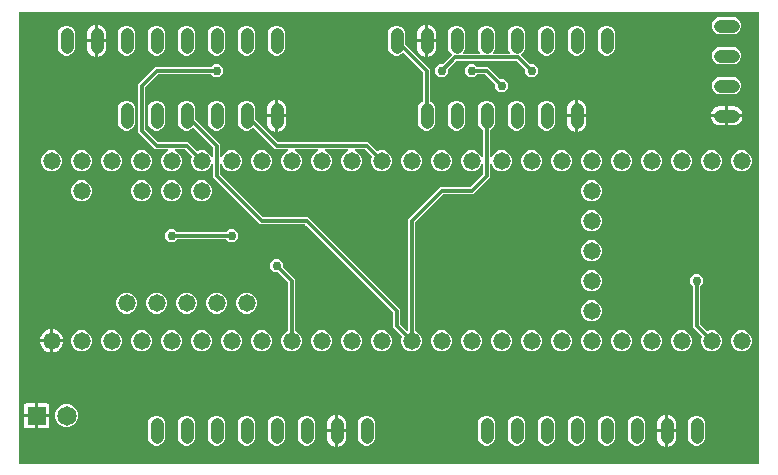
<source format=gbr>
G04 EAGLE Gerber RS-274X export*
G75*
%MOMM*%
%FSLAX34Y34*%
%LPD*%
%INBottom Copper*%
%IPPOS*%
%AMOC8*
5,1,8,0,0,1.08239X$1,22.5*%
G01*
%ADD10C,1.473200*%
%ADD11R,1.650000X1.650000*%
%ADD12C,1.650000*%
%ADD13C,1.108000*%
%ADD14C,0.304800*%
%ADD15C,0.756400*%

G36*
X636598Y10164D02*
X636598Y10164D01*
X636617Y10162D01*
X636719Y10184D01*
X636821Y10200D01*
X636838Y10210D01*
X636858Y10214D01*
X636947Y10267D01*
X637038Y10316D01*
X637052Y10330D01*
X637069Y10340D01*
X637136Y10419D01*
X637208Y10494D01*
X637216Y10512D01*
X637229Y10527D01*
X637268Y10623D01*
X637311Y10717D01*
X637313Y10737D01*
X637321Y10755D01*
X637339Y10922D01*
X637339Y392178D01*
X637336Y392198D01*
X637338Y392217D01*
X637316Y392319D01*
X637300Y392421D01*
X637290Y392438D01*
X637286Y392458D01*
X637233Y392547D01*
X637184Y392638D01*
X637170Y392652D01*
X637160Y392669D01*
X637081Y392736D01*
X637006Y392808D01*
X636988Y392816D01*
X636973Y392829D01*
X636877Y392868D01*
X636783Y392911D01*
X636763Y392913D01*
X636745Y392921D01*
X636578Y392939D01*
X10922Y392939D01*
X10902Y392936D01*
X10883Y392938D01*
X10781Y392916D01*
X10679Y392900D01*
X10662Y392890D01*
X10642Y392886D01*
X10553Y392833D01*
X10462Y392784D01*
X10448Y392770D01*
X10431Y392760D01*
X10364Y392681D01*
X10292Y392606D01*
X10284Y392588D01*
X10271Y392573D01*
X10232Y392477D01*
X10189Y392383D01*
X10187Y392363D01*
X10179Y392345D01*
X10161Y392178D01*
X10161Y10922D01*
X10164Y10902D01*
X10162Y10883D01*
X10184Y10781D01*
X10200Y10679D01*
X10210Y10662D01*
X10214Y10642D01*
X10267Y10553D01*
X10316Y10462D01*
X10330Y10448D01*
X10340Y10431D01*
X10419Y10364D01*
X10494Y10292D01*
X10512Y10284D01*
X10527Y10271D01*
X10623Y10232D01*
X10717Y10189D01*
X10737Y10187D01*
X10755Y10179D01*
X10922Y10161D01*
X636578Y10161D01*
X636598Y10164D01*
G37*
%LPC*%
G36*
X341132Y105409D02*
X341132Y105409D01*
X337864Y106763D01*
X335363Y109264D01*
X334009Y112532D01*
X334009Y116068D01*
X334638Y117586D01*
X334665Y117700D01*
X334693Y117813D01*
X334693Y117819D01*
X334694Y117825D01*
X334683Y117942D01*
X334674Y118058D01*
X334672Y118064D01*
X334671Y118070D01*
X334623Y118178D01*
X334578Y118285D01*
X334573Y118290D01*
X334571Y118295D01*
X334558Y118309D01*
X334473Y118416D01*
X327151Y125737D01*
X327151Y138122D01*
X327137Y138212D01*
X327129Y138303D01*
X327117Y138333D01*
X327112Y138365D01*
X327069Y138445D01*
X327033Y138529D01*
X327007Y138561D01*
X326996Y138582D01*
X326973Y138604D01*
X326928Y138660D01*
X252960Y212628D01*
X252886Y212681D01*
X252817Y212741D01*
X252787Y212753D01*
X252760Y212772D01*
X252673Y212799D01*
X252589Y212833D01*
X252548Y212837D01*
X252525Y212844D01*
X252493Y212843D01*
X252422Y212851D01*
X214637Y212851D01*
X174751Y252737D01*
X174751Y262941D01*
X174736Y263037D01*
X174726Y263134D01*
X174716Y263158D01*
X174712Y263183D01*
X174666Y263269D01*
X174626Y263358D01*
X174609Y263378D01*
X174596Y263401D01*
X174526Y263468D01*
X174460Y263539D01*
X174437Y263552D01*
X174418Y263570D01*
X174330Y263611D01*
X174244Y263658D01*
X174219Y263663D01*
X174195Y263674D01*
X174098Y263684D01*
X174002Y263702D01*
X173976Y263698D01*
X173951Y263701D01*
X173855Y263680D01*
X173759Y263666D01*
X173736Y263654D01*
X173710Y263649D01*
X173627Y263599D01*
X173540Y263554D01*
X173521Y263536D01*
X173499Y263522D01*
X173436Y263448D01*
X173368Y263379D01*
X173352Y263350D01*
X173339Y263335D01*
X173327Y263305D01*
X173287Y263232D01*
X172637Y261664D01*
X170136Y259163D01*
X166868Y257809D01*
X163332Y257809D01*
X160064Y259163D01*
X157563Y261664D01*
X156209Y264932D01*
X156209Y268468D01*
X156838Y269986D01*
X156864Y270100D01*
X156893Y270213D01*
X156893Y270219D01*
X156894Y270225D01*
X156883Y270342D01*
X156874Y270458D01*
X156872Y270464D01*
X156871Y270470D01*
X156823Y270578D01*
X156778Y270685D01*
X156773Y270690D01*
X156771Y270695D01*
X156758Y270709D01*
X156673Y270816D01*
X151360Y276128D01*
X151286Y276181D01*
X151217Y276241D01*
X151187Y276253D01*
X151160Y276272D01*
X151073Y276299D01*
X150989Y276333D01*
X150948Y276337D01*
X150925Y276344D01*
X150893Y276343D01*
X150822Y276351D01*
X143459Y276351D01*
X143363Y276336D01*
X143266Y276326D01*
X143242Y276316D01*
X143217Y276312D01*
X143131Y276266D01*
X143042Y276226D01*
X143022Y276209D01*
X142999Y276196D01*
X142932Y276126D01*
X142861Y276060D01*
X142848Y276037D01*
X142830Y276018D01*
X142789Y275930D01*
X142742Y275844D01*
X142737Y275819D01*
X142726Y275795D01*
X142716Y275698D01*
X142698Y275602D01*
X142702Y275576D01*
X142699Y275551D01*
X142720Y275455D01*
X142734Y275359D01*
X142746Y275336D01*
X142751Y275310D01*
X142801Y275227D01*
X142846Y275140D01*
X142864Y275121D01*
X142878Y275099D01*
X142952Y275036D01*
X143021Y274968D01*
X143050Y274952D01*
X143065Y274939D01*
X143095Y274927D01*
X143168Y274887D01*
X144736Y274237D01*
X147237Y271736D01*
X148591Y268468D01*
X148591Y264932D01*
X147237Y261664D01*
X144736Y259163D01*
X141468Y257809D01*
X137932Y257809D01*
X134664Y259163D01*
X132163Y261664D01*
X130809Y264932D01*
X130809Y268468D01*
X132163Y271736D01*
X134664Y274237D01*
X136232Y274887D01*
X136315Y274938D01*
X136401Y274984D01*
X136419Y275002D01*
X136441Y275016D01*
X136503Y275092D01*
X136570Y275162D01*
X136581Y275186D01*
X136598Y275206D01*
X136633Y275297D01*
X136674Y275385D01*
X136677Y275411D01*
X136686Y275435D01*
X136690Y275533D01*
X136701Y275629D01*
X136695Y275655D01*
X136696Y275681D01*
X136669Y275775D01*
X136649Y275870D01*
X136635Y275892D01*
X136628Y275917D01*
X136572Y275997D01*
X136522Y276081D01*
X136503Y276098D01*
X136488Y276119D01*
X136409Y276178D01*
X136335Y276241D01*
X136311Y276251D01*
X136290Y276266D01*
X136198Y276296D01*
X136107Y276333D01*
X136075Y276336D01*
X136056Y276342D01*
X136023Y276342D01*
X135941Y276351D01*
X125737Y276351D01*
X111251Y290837D01*
X111251Y331463D01*
X125737Y345949D01*
X173029Y345949D01*
X173119Y345963D01*
X173210Y345971D01*
X173239Y345983D01*
X173271Y345988D01*
X173352Y346031D01*
X173436Y346067D01*
X173468Y346093D01*
X173489Y346104D01*
X173511Y346127D01*
X173567Y346172D01*
X175602Y348207D01*
X179998Y348207D01*
X183107Y345098D01*
X183107Y340702D01*
X179998Y337593D01*
X175602Y337593D01*
X173567Y339628D01*
X173493Y339681D01*
X173423Y339741D01*
X173393Y339753D01*
X173367Y339772D01*
X173280Y339799D01*
X173195Y339833D01*
X173154Y339837D01*
X173132Y339844D01*
X173100Y339843D01*
X173029Y339851D01*
X128578Y339851D01*
X128488Y339837D01*
X128397Y339829D01*
X128367Y339817D01*
X128335Y339812D01*
X128255Y339769D01*
X128171Y339733D01*
X128139Y339707D01*
X128118Y339696D01*
X128096Y339673D01*
X128040Y339628D01*
X117572Y329160D01*
X117519Y329086D01*
X117459Y329017D01*
X117447Y328987D01*
X117428Y328960D01*
X117401Y328873D01*
X117367Y328789D01*
X117363Y328748D01*
X117356Y328725D01*
X117357Y328693D01*
X117349Y328622D01*
X117349Y293678D01*
X117363Y293588D01*
X117371Y293497D01*
X117383Y293467D01*
X117388Y293435D01*
X117431Y293355D01*
X117467Y293271D01*
X117493Y293239D01*
X117504Y293218D01*
X117527Y293196D01*
X117572Y293140D01*
X128040Y282672D01*
X128114Y282619D01*
X128183Y282559D01*
X128213Y282547D01*
X128240Y282528D01*
X128327Y282501D01*
X128411Y282467D01*
X128452Y282463D01*
X128475Y282456D01*
X128507Y282457D01*
X128578Y282449D01*
X153663Y282449D01*
X160984Y275127D01*
X161079Y275059D01*
X161173Y274989D01*
X161179Y274987D01*
X161184Y274984D01*
X161295Y274949D01*
X161407Y274913D01*
X161413Y274913D01*
X161419Y274911D01*
X161536Y274914D01*
X161653Y274915D01*
X161660Y274918D01*
X161665Y274918D01*
X161683Y274924D01*
X161814Y274962D01*
X163332Y275591D01*
X166868Y275591D01*
X170136Y274237D01*
X172637Y271736D01*
X173287Y270168D01*
X173338Y270085D01*
X173384Y269999D01*
X173402Y269981D01*
X173416Y269959D01*
X173492Y269897D01*
X173562Y269830D01*
X173586Y269819D01*
X173606Y269802D01*
X173697Y269767D01*
X173785Y269726D01*
X173811Y269723D01*
X173835Y269714D01*
X173933Y269710D01*
X174029Y269699D01*
X174055Y269705D01*
X174081Y269704D01*
X174175Y269731D01*
X174270Y269751D01*
X174292Y269765D01*
X174317Y269772D01*
X174397Y269828D01*
X174481Y269878D01*
X174498Y269897D01*
X174519Y269912D01*
X174578Y269991D01*
X174641Y270065D01*
X174651Y270089D01*
X174666Y270110D01*
X174696Y270202D01*
X174733Y270293D01*
X174736Y270325D01*
X174742Y270344D01*
X174742Y270377D01*
X174751Y270459D01*
X174751Y277822D01*
X174737Y277912D01*
X174729Y278003D01*
X174717Y278033D01*
X174712Y278065D01*
X174669Y278145D01*
X174633Y278229D01*
X174607Y278261D01*
X174596Y278282D01*
X174573Y278304D01*
X174528Y278360D01*
X158548Y294340D01*
X158532Y294352D01*
X158519Y294368D01*
X158432Y294424D01*
X158348Y294484D01*
X158329Y294490D01*
X158312Y294501D01*
X158212Y294526D01*
X158113Y294556D01*
X158093Y294556D01*
X158074Y294561D01*
X157971Y294553D01*
X157867Y294550D01*
X157849Y294543D01*
X157829Y294542D01*
X157734Y294501D01*
X157636Y294466D01*
X157621Y294453D01*
X157602Y294445D01*
X157471Y294340D01*
X156402Y293271D01*
X153805Y292195D01*
X150995Y292195D01*
X148398Y293271D01*
X146411Y295258D01*
X145335Y297855D01*
X145335Y311745D01*
X146411Y314342D01*
X148398Y316329D01*
X150995Y317405D01*
X153805Y317405D01*
X156402Y316329D01*
X158389Y314342D01*
X159465Y311745D01*
X159465Y302362D01*
X159479Y302272D01*
X159487Y302181D01*
X159499Y302151D01*
X159504Y302119D01*
X159547Y302039D01*
X159583Y301955D01*
X159609Y301923D01*
X159620Y301902D01*
X159643Y301880D01*
X159688Y301824D01*
X178840Y282672D01*
X180849Y280663D01*
X180849Y270459D01*
X180864Y270363D01*
X180874Y270266D01*
X180884Y270242D01*
X180888Y270217D01*
X180934Y270131D01*
X180974Y270042D01*
X180991Y270022D01*
X181004Y269999D01*
X181074Y269932D01*
X181140Y269861D01*
X181163Y269848D01*
X181182Y269830D01*
X181270Y269789D01*
X181356Y269742D01*
X181381Y269737D01*
X181405Y269726D01*
X181502Y269716D01*
X181598Y269698D01*
X181624Y269702D01*
X181649Y269699D01*
X181745Y269720D01*
X181841Y269734D01*
X181864Y269746D01*
X181890Y269751D01*
X181973Y269801D01*
X182060Y269846D01*
X182079Y269864D01*
X182101Y269878D01*
X182164Y269952D01*
X182232Y270021D01*
X182248Y270050D01*
X182261Y270065D01*
X182273Y270095D01*
X182313Y270168D01*
X182963Y271736D01*
X185464Y274237D01*
X188732Y275591D01*
X192268Y275591D01*
X195536Y274237D01*
X198037Y271736D01*
X199391Y268468D01*
X199391Y264932D01*
X198037Y261664D01*
X195536Y259163D01*
X192268Y257809D01*
X188732Y257809D01*
X185464Y259163D01*
X182963Y261664D01*
X182313Y263232D01*
X182262Y263315D01*
X182216Y263401D01*
X182198Y263419D01*
X182184Y263441D01*
X182108Y263503D01*
X182038Y263570D01*
X182014Y263581D01*
X181994Y263598D01*
X181903Y263633D01*
X181815Y263674D01*
X181789Y263677D01*
X181765Y263686D01*
X181667Y263690D01*
X181571Y263701D01*
X181545Y263695D01*
X181519Y263696D01*
X181425Y263669D01*
X181330Y263649D01*
X181308Y263635D01*
X181283Y263628D01*
X181203Y263572D01*
X181119Y263522D01*
X181102Y263503D01*
X181081Y263488D01*
X181022Y263409D01*
X180959Y263335D01*
X180949Y263311D01*
X180934Y263290D01*
X180904Y263198D01*
X180867Y263107D01*
X180864Y263075D01*
X180858Y263056D01*
X180858Y263023D01*
X180849Y262941D01*
X180849Y255578D01*
X180863Y255488D01*
X180871Y255397D01*
X180883Y255367D01*
X180888Y255335D01*
X180931Y255255D01*
X180967Y255171D01*
X180993Y255139D01*
X181004Y255118D01*
X181027Y255096D01*
X181072Y255040D01*
X216940Y219172D01*
X217014Y219119D01*
X217083Y219059D01*
X217113Y219047D01*
X217140Y219028D01*
X217227Y219001D01*
X217311Y218967D01*
X217352Y218963D01*
X217375Y218956D01*
X217407Y218957D01*
X217478Y218949D01*
X255263Y218949D01*
X333249Y140963D01*
X333249Y128578D01*
X333263Y128488D01*
X333271Y128397D01*
X333283Y128367D01*
X333288Y128335D01*
X333331Y128255D01*
X333367Y128171D01*
X333393Y128139D01*
X333404Y128118D01*
X333427Y128096D01*
X333472Y128040D01*
X338552Y122960D01*
X338610Y122918D01*
X338662Y122869D01*
X338709Y122847D01*
X338751Y122816D01*
X338820Y122795D01*
X338885Y122765D01*
X338937Y122759D01*
X338987Y122744D01*
X339058Y122746D01*
X339129Y122738D01*
X339180Y122749D01*
X339232Y122750D01*
X339300Y122775D01*
X339370Y122790D01*
X339415Y122817D01*
X339463Y122835D01*
X339519Y122880D01*
X339581Y122916D01*
X339615Y122956D01*
X339655Y122988D01*
X339694Y123049D01*
X339741Y123103D01*
X339760Y123152D01*
X339788Y123195D01*
X339806Y123265D01*
X339833Y123331D01*
X339841Y123403D01*
X339849Y123434D01*
X339847Y123457D01*
X339851Y123498D01*
X339851Y217163D01*
X367037Y244349D01*
X392122Y244349D01*
X392212Y244363D01*
X392303Y244371D01*
X392333Y244383D01*
X392365Y244388D01*
X392445Y244431D01*
X392529Y244467D01*
X392561Y244493D01*
X392582Y244504D01*
X392604Y244527D01*
X392660Y244572D01*
X403128Y255040D01*
X403181Y255114D01*
X403241Y255183D01*
X403253Y255213D01*
X403272Y255240D01*
X403299Y255327D01*
X403333Y255411D01*
X403337Y255452D01*
X403344Y255475D01*
X403343Y255507D01*
X403351Y255578D01*
X403351Y262941D01*
X403336Y263037D01*
X403326Y263134D01*
X403316Y263158D01*
X403312Y263183D01*
X403266Y263269D01*
X403226Y263358D01*
X403209Y263378D01*
X403196Y263401D01*
X403126Y263468D01*
X403060Y263539D01*
X403037Y263552D01*
X403018Y263570D01*
X402930Y263611D01*
X402844Y263658D01*
X402819Y263663D01*
X402795Y263674D01*
X402698Y263684D01*
X402602Y263702D01*
X402576Y263698D01*
X402551Y263701D01*
X402455Y263680D01*
X402359Y263666D01*
X402336Y263654D01*
X402310Y263649D01*
X402227Y263599D01*
X402140Y263554D01*
X402121Y263536D01*
X402099Y263522D01*
X402036Y263448D01*
X401968Y263379D01*
X401952Y263350D01*
X401939Y263335D01*
X401927Y263305D01*
X401887Y263232D01*
X401237Y261664D01*
X398736Y259163D01*
X395468Y257809D01*
X391932Y257809D01*
X388664Y259163D01*
X386163Y261664D01*
X384809Y264932D01*
X384809Y268468D01*
X386163Y271736D01*
X388664Y274237D01*
X391932Y275591D01*
X395468Y275591D01*
X398736Y274237D01*
X401237Y271736D01*
X401887Y270168D01*
X401938Y270085D01*
X401984Y269999D01*
X402002Y269981D01*
X402016Y269959D01*
X402092Y269897D01*
X402162Y269830D01*
X402186Y269819D01*
X402206Y269802D01*
X402297Y269767D01*
X402385Y269726D01*
X402411Y269723D01*
X402435Y269714D01*
X402533Y269710D01*
X402629Y269699D01*
X402655Y269705D01*
X402681Y269704D01*
X402775Y269731D01*
X402870Y269751D01*
X402892Y269765D01*
X402917Y269772D01*
X402997Y269828D01*
X403081Y269878D01*
X403098Y269897D01*
X403119Y269912D01*
X403178Y269991D01*
X403241Y270065D01*
X403251Y270089D01*
X403266Y270110D01*
X403296Y270202D01*
X403333Y270293D01*
X403336Y270325D01*
X403342Y270344D01*
X403342Y270377D01*
X403351Y270459D01*
X403351Y292367D01*
X403332Y292482D01*
X403315Y292598D01*
X403313Y292604D01*
X403312Y292610D01*
X403257Y292713D01*
X403204Y292818D01*
X403199Y292822D01*
X403196Y292827D01*
X403112Y292907D01*
X403028Y292990D01*
X403022Y292993D01*
X403018Y292997D01*
X403001Y293005D01*
X402881Y293071D01*
X402398Y293271D01*
X400411Y295258D01*
X399335Y297855D01*
X399335Y311745D01*
X400411Y314342D01*
X402398Y316329D01*
X404995Y317405D01*
X407805Y317405D01*
X410402Y316329D01*
X412389Y314342D01*
X413465Y311745D01*
X413465Y297855D01*
X412389Y295258D01*
X410402Y293271D01*
X409919Y293071D01*
X409819Y293009D01*
X409719Y292949D01*
X409715Y292944D01*
X409710Y292941D01*
X409635Y292851D01*
X409559Y292762D01*
X409557Y292756D01*
X409553Y292752D01*
X409511Y292644D01*
X409467Y292534D01*
X409466Y292527D01*
X409465Y292522D01*
X409464Y292504D01*
X409449Y292367D01*
X409449Y270459D01*
X409464Y270363D01*
X409474Y270266D01*
X409484Y270242D01*
X409488Y270217D01*
X409534Y270131D01*
X409574Y270042D01*
X409591Y270022D01*
X409604Y269999D01*
X409674Y269932D01*
X409740Y269861D01*
X409763Y269848D01*
X409782Y269830D01*
X409870Y269789D01*
X409956Y269742D01*
X409981Y269737D01*
X410005Y269726D01*
X410102Y269716D01*
X410198Y269698D01*
X410224Y269702D01*
X410249Y269699D01*
X410345Y269720D01*
X410441Y269734D01*
X410464Y269746D01*
X410490Y269751D01*
X410573Y269801D01*
X410660Y269846D01*
X410679Y269864D01*
X410701Y269878D01*
X410764Y269952D01*
X410832Y270021D01*
X410848Y270050D01*
X410861Y270065D01*
X410873Y270095D01*
X410913Y270168D01*
X411563Y271736D01*
X414064Y274237D01*
X417332Y275591D01*
X420868Y275591D01*
X424136Y274237D01*
X426637Y271736D01*
X427991Y268468D01*
X427991Y264932D01*
X426637Y261664D01*
X424136Y259163D01*
X420868Y257809D01*
X417332Y257809D01*
X414064Y259163D01*
X411563Y261664D01*
X410913Y263232D01*
X410862Y263315D01*
X410816Y263401D01*
X410798Y263419D01*
X410784Y263441D01*
X410708Y263503D01*
X410638Y263570D01*
X410614Y263581D01*
X410594Y263598D01*
X410503Y263633D01*
X410415Y263674D01*
X410389Y263677D01*
X410365Y263686D01*
X410267Y263690D01*
X410171Y263701D01*
X410145Y263695D01*
X410119Y263696D01*
X410025Y263669D01*
X409930Y263649D01*
X409908Y263635D01*
X409883Y263628D01*
X409803Y263572D01*
X409719Y263522D01*
X409702Y263503D01*
X409681Y263488D01*
X409622Y263409D01*
X409559Y263335D01*
X409549Y263311D01*
X409534Y263290D01*
X409504Y263198D01*
X409467Y263107D01*
X409464Y263075D01*
X409458Y263056D01*
X409458Y263023D01*
X409449Y262941D01*
X409449Y252737D01*
X394963Y238251D01*
X369878Y238251D01*
X369788Y238237D01*
X369697Y238229D01*
X369667Y238217D01*
X369635Y238212D01*
X369555Y238169D01*
X369471Y238133D01*
X369439Y238107D01*
X369418Y238096D01*
X369396Y238073D01*
X369340Y238028D01*
X346172Y214860D01*
X346119Y214786D01*
X346059Y214717D01*
X346047Y214687D01*
X346028Y214660D01*
X346001Y214573D01*
X345967Y214489D01*
X345963Y214448D01*
X345956Y214425D01*
X345957Y214393D01*
X345949Y214322D01*
X345949Y123169D01*
X345968Y123053D01*
X345985Y122938D01*
X345987Y122933D01*
X345988Y122926D01*
X346043Y122824D01*
X346096Y122719D01*
X346101Y122714D01*
X346104Y122709D01*
X346188Y122629D01*
X346272Y122547D01*
X346278Y122543D01*
X346282Y122540D01*
X346299Y122532D01*
X346419Y122466D01*
X347936Y121837D01*
X350437Y119336D01*
X351791Y116068D01*
X351791Y112532D01*
X350437Y109264D01*
X347936Y106763D01*
X344668Y105409D01*
X341132Y105409D01*
G37*
%LPD*%
%LPC*%
G36*
X239532Y257809D02*
X239532Y257809D01*
X236264Y259163D01*
X233763Y261664D01*
X232409Y264932D01*
X232409Y268468D01*
X233763Y271736D01*
X236264Y274237D01*
X237832Y274887D01*
X237915Y274938D01*
X238001Y274984D01*
X238019Y275003D01*
X238041Y275016D01*
X238103Y275091D01*
X238170Y275162D01*
X238181Y275186D01*
X238198Y275206D01*
X238233Y275297D01*
X238274Y275385D01*
X238277Y275411D01*
X238286Y275435D01*
X238290Y275533D01*
X238301Y275629D01*
X238295Y275655D01*
X238296Y275681D01*
X238269Y275775D01*
X238249Y275870D01*
X238235Y275892D01*
X238228Y275917D01*
X238172Y275997D01*
X238122Y276081D01*
X238103Y276098D01*
X238088Y276119D01*
X238009Y276178D01*
X237935Y276241D01*
X237911Y276251D01*
X237890Y276266D01*
X237798Y276296D01*
X237707Y276333D01*
X237675Y276336D01*
X237656Y276342D01*
X237623Y276342D01*
X237541Y276351D01*
X227337Y276351D01*
X225328Y278360D01*
X209348Y294340D01*
X209332Y294352D01*
X209319Y294368D01*
X209232Y294424D01*
X209148Y294484D01*
X209129Y294490D01*
X209112Y294501D01*
X209012Y294526D01*
X208913Y294556D01*
X208893Y294556D01*
X208874Y294561D01*
X208771Y294553D01*
X208667Y294550D01*
X208649Y294543D01*
X208629Y294542D01*
X208534Y294501D01*
X208436Y294466D01*
X208421Y294453D01*
X208402Y294445D01*
X208271Y294340D01*
X207202Y293271D01*
X204605Y292195D01*
X201795Y292195D01*
X199198Y293271D01*
X197211Y295258D01*
X196135Y297855D01*
X196135Y311745D01*
X197211Y314342D01*
X199198Y316329D01*
X201795Y317405D01*
X204605Y317405D01*
X207202Y316329D01*
X209189Y314342D01*
X210265Y311745D01*
X210265Y302362D01*
X210279Y302272D01*
X210287Y302181D01*
X210299Y302151D01*
X210304Y302119D01*
X210347Y302039D01*
X210383Y301955D01*
X210409Y301923D01*
X210420Y301902D01*
X210443Y301880D01*
X210488Y301824D01*
X229640Y282672D01*
X229714Y282619D01*
X229783Y282559D01*
X229813Y282547D01*
X229840Y282528D01*
X229927Y282501D01*
X230011Y282467D01*
X230052Y282463D01*
X230075Y282456D01*
X230107Y282457D01*
X230178Y282449D01*
X306063Y282449D01*
X308072Y280440D01*
X313384Y275127D01*
X313478Y275060D01*
X313573Y274989D01*
X313579Y274987D01*
X313584Y274984D01*
X313695Y274950D01*
X313807Y274913D01*
X313813Y274913D01*
X313819Y274911D01*
X313936Y274914D01*
X314053Y274915D01*
X314060Y274918D01*
X314065Y274918D01*
X314083Y274924D01*
X314214Y274962D01*
X315732Y275591D01*
X319268Y275591D01*
X322536Y274237D01*
X325037Y271736D01*
X326391Y268468D01*
X326391Y264932D01*
X325037Y261664D01*
X322536Y259163D01*
X319268Y257809D01*
X315732Y257809D01*
X312464Y259163D01*
X309963Y261664D01*
X308609Y264932D01*
X308609Y268468D01*
X309238Y269986D01*
X309264Y270100D01*
X309293Y270213D01*
X309293Y270219D01*
X309294Y270225D01*
X309283Y270342D01*
X309274Y270458D01*
X309272Y270464D01*
X309271Y270470D01*
X309223Y270578D01*
X309178Y270685D01*
X309173Y270690D01*
X309171Y270695D01*
X309158Y270709D01*
X309073Y270816D01*
X303760Y276128D01*
X303686Y276181D01*
X303617Y276241D01*
X303587Y276253D01*
X303560Y276272D01*
X303473Y276299D01*
X303389Y276333D01*
X303348Y276337D01*
X303325Y276344D01*
X303293Y276343D01*
X303222Y276351D01*
X295859Y276351D01*
X295763Y276336D01*
X295666Y276326D01*
X295642Y276316D01*
X295617Y276312D01*
X295531Y276266D01*
X295442Y276226D01*
X295422Y276209D01*
X295399Y276196D01*
X295332Y276126D01*
X295261Y276060D01*
X295248Y276037D01*
X295230Y276018D01*
X295189Y275930D01*
X295142Y275844D01*
X295137Y275819D01*
X295126Y275795D01*
X295116Y275698D01*
X295098Y275602D01*
X295102Y275576D01*
X295099Y275551D01*
X295120Y275455D01*
X295134Y275359D01*
X295146Y275336D01*
X295151Y275310D01*
X295201Y275227D01*
X295246Y275140D01*
X295264Y275121D01*
X295278Y275099D01*
X295352Y275036D01*
X295421Y274968D01*
X295450Y274952D01*
X295465Y274939D01*
X295495Y274927D01*
X295568Y274887D01*
X297136Y274237D01*
X299637Y271736D01*
X300991Y268468D01*
X300991Y264932D01*
X299637Y261664D01*
X297136Y259163D01*
X293868Y257809D01*
X290332Y257809D01*
X287064Y259163D01*
X284563Y261664D01*
X283209Y264932D01*
X283209Y268468D01*
X284563Y271736D01*
X287064Y274237D01*
X288632Y274887D01*
X288715Y274938D01*
X288801Y274984D01*
X288819Y275003D01*
X288841Y275016D01*
X288903Y275091D01*
X288970Y275162D01*
X288981Y275186D01*
X288998Y275206D01*
X289033Y275297D01*
X289074Y275385D01*
X289077Y275411D01*
X289086Y275435D01*
X289090Y275533D01*
X289101Y275629D01*
X289095Y275655D01*
X289096Y275681D01*
X289069Y275775D01*
X289049Y275870D01*
X289035Y275892D01*
X289028Y275917D01*
X288972Y275997D01*
X288922Y276081D01*
X288903Y276098D01*
X288888Y276119D01*
X288809Y276178D01*
X288735Y276241D01*
X288711Y276251D01*
X288690Y276266D01*
X288598Y276296D01*
X288507Y276333D01*
X288475Y276336D01*
X288456Y276342D01*
X288423Y276342D01*
X288341Y276351D01*
X270459Y276351D01*
X270363Y276336D01*
X270266Y276326D01*
X270242Y276316D01*
X270217Y276312D01*
X270131Y276266D01*
X270042Y276226D01*
X270022Y276209D01*
X269999Y276196D01*
X269932Y276126D01*
X269861Y276060D01*
X269848Y276037D01*
X269830Y276018D01*
X269789Y275930D01*
X269742Y275844D01*
X269737Y275819D01*
X269726Y275795D01*
X269716Y275698D01*
X269698Y275602D01*
X269702Y275576D01*
X269699Y275551D01*
X269720Y275455D01*
X269734Y275359D01*
X269746Y275336D01*
X269751Y275310D01*
X269801Y275227D01*
X269846Y275140D01*
X269864Y275121D01*
X269878Y275099D01*
X269952Y275036D01*
X270021Y274968D01*
X270050Y274952D01*
X270065Y274939D01*
X270095Y274927D01*
X270168Y274887D01*
X271736Y274237D01*
X274237Y271736D01*
X275591Y268468D01*
X275591Y264932D01*
X274237Y261664D01*
X271736Y259163D01*
X268468Y257809D01*
X264932Y257809D01*
X261664Y259163D01*
X259163Y261664D01*
X257809Y264932D01*
X257809Y268468D01*
X259163Y271736D01*
X261664Y274237D01*
X263232Y274887D01*
X263315Y274938D01*
X263401Y274984D01*
X263419Y275003D01*
X263441Y275016D01*
X263503Y275091D01*
X263570Y275162D01*
X263581Y275186D01*
X263598Y275206D01*
X263633Y275297D01*
X263674Y275385D01*
X263677Y275411D01*
X263686Y275435D01*
X263690Y275533D01*
X263701Y275629D01*
X263695Y275655D01*
X263696Y275681D01*
X263669Y275775D01*
X263649Y275870D01*
X263635Y275892D01*
X263628Y275917D01*
X263572Y275997D01*
X263522Y276081D01*
X263503Y276098D01*
X263488Y276119D01*
X263409Y276178D01*
X263335Y276241D01*
X263311Y276251D01*
X263290Y276266D01*
X263198Y276296D01*
X263107Y276333D01*
X263075Y276336D01*
X263056Y276342D01*
X263023Y276342D01*
X262941Y276351D01*
X245059Y276351D01*
X244963Y276336D01*
X244866Y276326D01*
X244842Y276316D01*
X244817Y276312D01*
X244731Y276266D01*
X244642Y276226D01*
X244622Y276209D01*
X244599Y276196D01*
X244532Y276126D01*
X244461Y276060D01*
X244448Y276037D01*
X244430Y276018D01*
X244389Y275930D01*
X244342Y275844D01*
X244337Y275819D01*
X244326Y275795D01*
X244316Y275698D01*
X244298Y275602D01*
X244302Y275576D01*
X244299Y275551D01*
X244320Y275455D01*
X244334Y275359D01*
X244346Y275336D01*
X244351Y275310D01*
X244401Y275227D01*
X244446Y275140D01*
X244464Y275121D01*
X244478Y275099D01*
X244552Y275036D01*
X244621Y274968D01*
X244650Y274952D01*
X244665Y274939D01*
X244695Y274927D01*
X244768Y274887D01*
X246336Y274237D01*
X248837Y271736D01*
X250191Y268468D01*
X250191Y264932D01*
X248837Y261664D01*
X246336Y259163D01*
X243068Y257809D01*
X239532Y257809D01*
G37*
%LPD*%
%LPC*%
G36*
X366102Y337593D02*
X366102Y337593D01*
X362993Y340702D01*
X362993Y345098D01*
X366102Y348207D01*
X368980Y348207D01*
X369070Y348221D01*
X369161Y348229D01*
X369191Y348241D01*
X369223Y348246D01*
X369303Y348289D01*
X369387Y348325D01*
X369419Y348351D01*
X369440Y348362D01*
X369462Y348385D01*
X369518Y348430D01*
X376890Y355802D01*
X376902Y355818D01*
X376918Y355831D01*
X376974Y355918D01*
X377034Y356002D01*
X377040Y356021D01*
X377051Y356038D01*
X377076Y356138D01*
X377106Y356237D01*
X377106Y356257D01*
X377111Y356276D01*
X377103Y356379D01*
X377100Y356483D01*
X377093Y356501D01*
X377092Y356521D01*
X377051Y356616D01*
X377016Y356714D01*
X377003Y356729D01*
X376995Y356748D01*
X376890Y356879D01*
X375011Y358758D01*
X373935Y361355D01*
X373935Y375245D01*
X375011Y377842D01*
X376998Y379829D01*
X379595Y380905D01*
X382405Y380905D01*
X385002Y379829D01*
X386989Y377842D01*
X388065Y375245D01*
X388065Y361355D01*
X386989Y358758D01*
X386751Y358520D01*
X386709Y358462D01*
X386660Y358410D01*
X386638Y358363D01*
X386608Y358321D01*
X386587Y358252D01*
X386556Y358187D01*
X386551Y358135D01*
X386535Y358085D01*
X386537Y358014D01*
X386529Y357943D01*
X386540Y357892D01*
X386542Y357840D01*
X386566Y357772D01*
X386582Y357702D01*
X386608Y357657D01*
X386626Y357609D01*
X386671Y357553D01*
X386708Y357491D01*
X386747Y357457D01*
X386780Y357417D01*
X386840Y357378D01*
X386895Y357331D01*
X386943Y357312D01*
X386987Y357284D01*
X387056Y357266D01*
X387123Y357239D01*
X387194Y357231D01*
X387225Y357223D01*
X387249Y357225D01*
X387290Y357221D01*
X400110Y357221D01*
X400181Y357232D01*
X400253Y357234D01*
X400302Y357252D01*
X400353Y357260D01*
X400416Y357294D01*
X400484Y357319D01*
X400525Y357351D01*
X400571Y357376D01*
X400620Y357427D01*
X400676Y357472D01*
X400704Y357516D01*
X400740Y357554D01*
X400770Y357619D01*
X400809Y357679D01*
X400822Y357730D01*
X400844Y357777D01*
X400851Y357848D01*
X400869Y357918D01*
X400865Y357970D01*
X400871Y358021D01*
X400855Y358091D01*
X400850Y358163D01*
X400829Y358211D01*
X400818Y358262D01*
X400782Y358323D01*
X400754Y358389D01*
X400709Y358445D01*
X400692Y358473D01*
X400674Y358488D01*
X400649Y358520D01*
X400411Y358758D01*
X399335Y361355D01*
X399335Y375245D01*
X400411Y377842D01*
X402398Y379829D01*
X404995Y380905D01*
X407805Y380905D01*
X410402Y379829D01*
X412389Y377842D01*
X413465Y375245D01*
X413465Y361355D01*
X412389Y358758D01*
X412151Y358520D01*
X412109Y358462D01*
X412060Y358410D01*
X412038Y358363D01*
X412008Y358321D01*
X411987Y358252D01*
X411956Y358187D01*
X411951Y358135D01*
X411935Y358085D01*
X411937Y358014D01*
X411929Y357943D01*
X411940Y357892D01*
X411942Y357840D01*
X411966Y357772D01*
X411982Y357702D01*
X412008Y357657D01*
X412026Y357609D01*
X412071Y357553D01*
X412108Y357491D01*
X412147Y357457D01*
X412180Y357417D01*
X412240Y357378D01*
X412295Y357331D01*
X412343Y357312D01*
X412387Y357284D01*
X412456Y357266D01*
X412523Y357239D01*
X412594Y357231D01*
X412625Y357223D01*
X412649Y357225D01*
X412690Y357221D01*
X425510Y357221D01*
X425581Y357232D01*
X425653Y357234D01*
X425702Y357252D01*
X425753Y357260D01*
X425816Y357294D01*
X425884Y357319D01*
X425925Y357351D01*
X425971Y357376D01*
X426020Y357427D01*
X426076Y357472D01*
X426104Y357516D01*
X426140Y357554D01*
X426170Y357619D01*
X426209Y357679D01*
X426222Y357730D01*
X426244Y357777D01*
X426251Y357848D01*
X426269Y357918D01*
X426265Y357970D01*
X426271Y358021D01*
X426255Y358091D01*
X426250Y358163D01*
X426229Y358211D01*
X426218Y358262D01*
X426182Y358323D01*
X426154Y358389D01*
X426109Y358445D01*
X426092Y358473D01*
X426074Y358488D01*
X426049Y358520D01*
X425811Y358758D01*
X424735Y361355D01*
X424735Y375245D01*
X425811Y377842D01*
X427798Y379829D01*
X430395Y380905D01*
X433205Y380905D01*
X435802Y379829D01*
X437789Y377842D01*
X438865Y375245D01*
X438865Y361355D01*
X437789Y358758D01*
X435910Y356879D01*
X435898Y356862D01*
X435882Y356850D01*
X435827Y356763D01*
X435766Y356679D01*
X435760Y356660D01*
X435749Y356643D01*
X435724Y356543D01*
X435694Y356444D01*
X435694Y356424D01*
X435689Y356404D01*
X435697Y356301D01*
X435700Y356198D01*
X435707Y356179D01*
X435708Y356159D01*
X435749Y356064D01*
X435784Y355967D01*
X435797Y355951D01*
X435805Y355933D01*
X435910Y355802D01*
X436500Y355212D01*
X443282Y348430D01*
X443356Y348377D01*
X443425Y348317D01*
X443455Y348305D01*
X443482Y348286D01*
X443569Y348259D01*
X443653Y348225D01*
X443694Y348221D01*
X443717Y348214D01*
X443749Y348215D01*
X443820Y348207D01*
X446698Y348207D01*
X449807Y345098D01*
X449807Y340702D01*
X446698Y337593D01*
X442302Y337593D01*
X439193Y340702D01*
X439193Y343580D01*
X439179Y343670D01*
X439171Y343761D01*
X439159Y343791D01*
X439154Y343823D01*
X439133Y343861D01*
X439132Y343868D01*
X439113Y343899D01*
X439111Y343903D01*
X439075Y343987D01*
X439049Y344019D01*
X439038Y344040D01*
X439016Y344061D01*
X439005Y344079D01*
X438993Y344090D01*
X438970Y344118D01*
X432188Y350900D01*
X432114Y350953D01*
X432045Y351013D01*
X432015Y351025D01*
X431988Y351044D01*
X431901Y351071D01*
X431817Y351105D01*
X431776Y351109D01*
X431753Y351116D01*
X431721Y351115D01*
X431650Y351123D01*
X381150Y351123D01*
X381060Y351109D01*
X380969Y351101D01*
X380939Y351089D01*
X380907Y351084D01*
X380827Y351041D01*
X380743Y351005D01*
X380711Y350979D01*
X380690Y350968D01*
X380668Y350945D01*
X380612Y350900D01*
X373830Y344118D01*
X373787Y344058D01*
X373747Y344016D01*
X373740Y344001D01*
X373717Y343975D01*
X373705Y343945D01*
X373686Y343918D01*
X373659Y343831D01*
X373649Y343805D01*
X373643Y343793D01*
X373643Y343791D01*
X373625Y343747D01*
X373621Y343706D01*
X373614Y343683D01*
X373615Y343651D01*
X373607Y343580D01*
X373607Y340702D01*
X370498Y337593D01*
X366102Y337593D01*
G37*
%LPD*%
%LPC*%
G36*
X354195Y292195D02*
X354195Y292195D01*
X351598Y293271D01*
X349611Y295258D01*
X348535Y297855D01*
X348535Y311745D01*
X349611Y314342D01*
X351598Y316329D01*
X352081Y316529D01*
X352181Y316591D01*
X352281Y316651D01*
X352285Y316656D01*
X352290Y316659D01*
X352365Y316749D01*
X352441Y316838D01*
X352443Y316844D01*
X352447Y316848D01*
X352489Y316956D01*
X352533Y317066D01*
X352534Y317073D01*
X352535Y317078D01*
X352536Y317096D01*
X352551Y317233D01*
X352551Y341322D01*
X352549Y341335D01*
X352550Y341344D01*
X352540Y341392D01*
X352537Y341412D01*
X352529Y341503D01*
X352517Y341533D01*
X352512Y341565D01*
X352469Y341645D01*
X352433Y341729D01*
X352407Y341761D01*
X352396Y341782D01*
X352373Y341804D01*
X352328Y341860D01*
X336348Y357840D01*
X336332Y357852D01*
X336319Y357868D01*
X336251Y357911D01*
X336216Y357942D01*
X336196Y357950D01*
X336148Y357984D01*
X336129Y357990D01*
X336112Y358001D01*
X336012Y358026D01*
X335990Y358033D01*
X335988Y358034D01*
X335987Y358034D01*
X335913Y358056D01*
X335893Y358056D01*
X335874Y358061D01*
X335771Y358053D01*
X335667Y358050D01*
X335649Y358043D01*
X335629Y358042D01*
X335563Y358013D01*
X335556Y358012D01*
X335538Y358003D01*
X335534Y358001D01*
X335436Y357966D01*
X335421Y357953D01*
X335402Y357945D01*
X335350Y357904D01*
X335338Y357897D01*
X335325Y357883D01*
X335271Y357840D01*
X334202Y356771D01*
X331605Y355695D01*
X328795Y355695D01*
X326198Y356771D01*
X324211Y358758D01*
X323135Y361355D01*
X323135Y375245D01*
X324211Y377842D01*
X326198Y379829D01*
X328795Y380905D01*
X331605Y380905D01*
X334202Y379829D01*
X336189Y377842D01*
X337265Y375245D01*
X337265Y365862D01*
X337279Y365772D01*
X337287Y365681D01*
X337299Y365651D01*
X337304Y365619D01*
X337347Y365539D01*
X337383Y365455D01*
X337409Y365423D01*
X337420Y365402D01*
X337443Y365380D01*
X337488Y365324D01*
X358649Y344163D01*
X358649Y317233D01*
X358668Y317117D01*
X358685Y317002D01*
X358687Y316996D01*
X358688Y316990D01*
X358743Y316887D01*
X358796Y316782D01*
X358801Y316778D01*
X358804Y316773D01*
X358888Y316693D01*
X358972Y316610D01*
X358978Y316607D01*
X358982Y316603D01*
X358999Y316595D01*
X359119Y316529D01*
X359602Y316329D01*
X361589Y314342D01*
X362665Y311745D01*
X362665Y297855D01*
X361589Y295258D01*
X359602Y293271D01*
X357005Y292195D01*
X354195Y292195D01*
G37*
%LPD*%
%LPC*%
G36*
X239532Y105409D02*
X239532Y105409D01*
X236264Y106763D01*
X233763Y109264D01*
X232409Y112532D01*
X232409Y116068D01*
X233763Y119336D01*
X236264Y121837D01*
X237781Y122466D01*
X237881Y122527D01*
X237981Y122587D01*
X237985Y122592D01*
X237990Y122595D01*
X238065Y122685D01*
X238141Y122774D01*
X238143Y122780D01*
X238147Y122785D01*
X238189Y122893D01*
X238233Y123002D01*
X238234Y123010D01*
X238235Y123014D01*
X238236Y123033D01*
X238251Y123169D01*
X238251Y163522D01*
X238237Y163612D01*
X238229Y163703D01*
X238217Y163733D01*
X238212Y163765D01*
X238169Y163845D01*
X238133Y163929D01*
X238107Y163961D01*
X238096Y163982D01*
X238073Y164004D01*
X238028Y164060D01*
X229818Y172270D01*
X229744Y172323D01*
X229675Y172383D01*
X229645Y172395D01*
X229618Y172414D01*
X229531Y172441D01*
X229447Y172475D01*
X229406Y172479D01*
X229383Y172486D01*
X229351Y172485D01*
X229280Y172493D01*
X226402Y172493D01*
X223293Y175602D01*
X223293Y179998D01*
X226402Y183107D01*
X230798Y183107D01*
X233907Y179998D01*
X233907Y177120D01*
X233921Y177030D01*
X233929Y176939D01*
X233941Y176909D01*
X233946Y176877D01*
X233989Y176797D01*
X234025Y176713D01*
X234051Y176681D01*
X234062Y176660D01*
X234085Y176638D01*
X234130Y176582D01*
X244349Y166363D01*
X244349Y123169D01*
X244368Y123053D01*
X244385Y122938D01*
X244387Y122933D01*
X244388Y122926D01*
X244443Y122824D01*
X244496Y122719D01*
X244501Y122714D01*
X244504Y122709D01*
X244588Y122629D01*
X244672Y122547D01*
X244678Y122543D01*
X244682Y122540D01*
X244699Y122532D01*
X244819Y122466D01*
X246336Y121837D01*
X248837Y119336D01*
X250191Y116068D01*
X250191Y112532D01*
X248837Y109264D01*
X246336Y106763D01*
X243068Y105409D01*
X239532Y105409D01*
G37*
%LPD*%
%LPC*%
G36*
X595132Y105409D02*
X595132Y105409D01*
X591864Y106763D01*
X589363Y109264D01*
X588009Y112532D01*
X588009Y116068D01*
X588638Y117586D01*
X588664Y117700D01*
X588693Y117813D01*
X588693Y117819D01*
X588694Y117825D01*
X588683Y117942D01*
X588674Y118058D01*
X588672Y118064D01*
X588671Y118070D01*
X588623Y118178D01*
X588578Y118285D01*
X588573Y118290D01*
X588571Y118295D01*
X588558Y118309D01*
X588473Y118416D01*
X583160Y123728D01*
X581151Y125737D01*
X581151Y160329D01*
X581137Y160419D01*
X581129Y160510D01*
X581117Y160539D01*
X581112Y160571D01*
X581069Y160652D01*
X581033Y160736D01*
X581007Y160768D01*
X580996Y160789D01*
X580973Y160811D01*
X580928Y160867D01*
X578893Y162902D01*
X578893Y167298D01*
X582002Y170407D01*
X586398Y170407D01*
X589507Y167298D01*
X589507Y162902D01*
X587472Y160867D01*
X587419Y160793D01*
X587359Y160723D01*
X587347Y160693D01*
X587328Y160667D01*
X587301Y160580D01*
X587267Y160495D01*
X587263Y160454D01*
X587256Y160432D01*
X587257Y160400D01*
X587249Y160329D01*
X587249Y128578D01*
X587263Y128488D01*
X587271Y128397D01*
X587283Y128367D01*
X587288Y128335D01*
X587331Y128255D01*
X587367Y128171D01*
X587393Y128139D01*
X587404Y128118D01*
X587427Y128096D01*
X587472Y128040D01*
X592784Y122727D01*
X592879Y122659D01*
X592973Y122589D01*
X592979Y122587D01*
X592984Y122584D01*
X593095Y122549D01*
X593207Y122513D01*
X593213Y122513D01*
X593219Y122511D01*
X593336Y122514D01*
X593453Y122515D01*
X593460Y122518D01*
X593465Y122518D01*
X593483Y122524D01*
X593614Y122562D01*
X595132Y123191D01*
X598668Y123191D01*
X601936Y121837D01*
X604437Y119336D01*
X605791Y116068D01*
X605791Y112532D01*
X604437Y109264D01*
X601936Y106763D01*
X598668Y105409D01*
X595132Y105409D01*
G37*
%LPD*%
%LPC*%
G36*
X137502Y197893D02*
X137502Y197893D01*
X134393Y201002D01*
X134393Y205398D01*
X137502Y208507D01*
X141898Y208507D01*
X143933Y206472D01*
X144007Y206419D01*
X144077Y206359D01*
X144107Y206347D01*
X144133Y206328D01*
X144220Y206301D01*
X144305Y206267D01*
X144346Y206263D01*
X144368Y206256D01*
X144400Y206257D01*
X144471Y206249D01*
X185729Y206249D01*
X185819Y206263D01*
X185910Y206271D01*
X185939Y206283D01*
X185971Y206288D01*
X186052Y206331D01*
X186136Y206367D01*
X186168Y206393D01*
X186189Y206404D01*
X186211Y206427D01*
X186267Y206472D01*
X188302Y208507D01*
X192698Y208507D01*
X195807Y205398D01*
X195807Y201002D01*
X192698Y197893D01*
X188302Y197893D01*
X186267Y199928D01*
X186193Y199981D01*
X186123Y200041D01*
X186093Y200053D01*
X186067Y200072D01*
X185980Y200099D01*
X185895Y200133D01*
X185854Y200137D01*
X185832Y200144D01*
X185800Y200143D01*
X185729Y200151D01*
X144471Y200151D01*
X144381Y200137D01*
X144290Y200129D01*
X144261Y200117D01*
X144229Y200112D01*
X144148Y200069D01*
X144064Y200033D01*
X144032Y200007D01*
X144011Y199996D01*
X143989Y199973D01*
X143933Y199928D01*
X141898Y197893D01*
X137502Y197893D01*
G37*
%LPD*%
%LPC*%
G36*
X506595Y355695D02*
X506595Y355695D01*
X503998Y356771D01*
X502011Y358758D01*
X500935Y361355D01*
X500935Y375245D01*
X502011Y377842D01*
X503998Y379829D01*
X506595Y380905D01*
X509405Y380905D01*
X512002Y379829D01*
X513989Y377842D01*
X515065Y375245D01*
X515065Y361355D01*
X513989Y358758D01*
X512002Y356771D01*
X509405Y355695D01*
X506595Y355695D01*
G37*
%LPD*%
%LPC*%
G36*
X481195Y355695D02*
X481195Y355695D01*
X478598Y356771D01*
X476611Y358758D01*
X475535Y361355D01*
X475535Y375245D01*
X476611Y377842D01*
X478598Y379829D01*
X481195Y380905D01*
X484005Y380905D01*
X486602Y379829D01*
X488589Y377842D01*
X489665Y375245D01*
X489665Y361355D01*
X488589Y358758D01*
X486602Y356771D01*
X484005Y355695D01*
X481195Y355695D01*
G37*
%LPD*%
%LPC*%
G36*
X455795Y355695D02*
X455795Y355695D01*
X453198Y356771D01*
X451211Y358758D01*
X450135Y361355D01*
X450135Y375245D01*
X451211Y377842D01*
X453198Y379829D01*
X455795Y380905D01*
X458605Y380905D01*
X461202Y379829D01*
X463189Y377842D01*
X464265Y375245D01*
X464265Y361355D01*
X463189Y358758D01*
X461202Y356771D01*
X458605Y355695D01*
X455795Y355695D01*
G37*
%LPD*%
%LPC*%
G36*
X100195Y355695D02*
X100195Y355695D01*
X97598Y356771D01*
X95611Y358758D01*
X94535Y361355D01*
X94535Y375245D01*
X95611Y377842D01*
X97598Y379829D01*
X100195Y380905D01*
X103005Y380905D01*
X105602Y379829D01*
X107589Y377842D01*
X108665Y375245D01*
X108665Y361355D01*
X107589Y358758D01*
X105602Y356771D01*
X103005Y355695D01*
X100195Y355695D01*
G37*
%LPD*%
%LPC*%
G36*
X125595Y355695D02*
X125595Y355695D01*
X122998Y356771D01*
X121011Y358758D01*
X119935Y361355D01*
X119935Y375245D01*
X121011Y377842D01*
X122998Y379829D01*
X125595Y380905D01*
X128405Y380905D01*
X131002Y379829D01*
X132989Y377842D01*
X134065Y375245D01*
X134065Y361355D01*
X132989Y358758D01*
X131002Y356771D01*
X128405Y355695D01*
X125595Y355695D01*
G37*
%LPD*%
%LPC*%
G36*
X227195Y25495D02*
X227195Y25495D01*
X224598Y26571D01*
X222611Y28558D01*
X221535Y31155D01*
X221535Y45045D01*
X222611Y47642D01*
X224598Y49629D01*
X227195Y50705D01*
X230005Y50705D01*
X232602Y49629D01*
X234589Y47642D01*
X235665Y45045D01*
X235665Y31155D01*
X234589Y28558D01*
X232602Y26571D01*
X230005Y25495D01*
X227195Y25495D01*
G37*
%LPD*%
%LPC*%
G36*
X150995Y355695D02*
X150995Y355695D01*
X148398Y356771D01*
X146411Y358758D01*
X145335Y361355D01*
X145335Y375245D01*
X146411Y377842D01*
X148398Y379829D01*
X150995Y380905D01*
X153805Y380905D01*
X156402Y379829D01*
X158389Y377842D01*
X159465Y375245D01*
X159465Y361355D01*
X158389Y358758D01*
X156402Y356771D01*
X153805Y355695D01*
X150995Y355695D01*
G37*
%LPD*%
%LPC*%
G36*
X176395Y355695D02*
X176395Y355695D01*
X173798Y356771D01*
X171811Y358758D01*
X170735Y361355D01*
X170735Y375245D01*
X171811Y377842D01*
X173798Y379829D01*
X176395Y380905D01*
X179205Y380905D01*
X181802Y379829D01*
X183789Y377842D01*
X184865Y375245D01*
X184865Y361355D01*
X183789Y358758D01*
X181802Y356771D01*
X179205Y355695D01*
X176395Y355695D01*
G37*
%LPD*%
%LPC*%
G36*
X201795Y355695D02*
X201795Y355695D01*
X199198Y356771D01*
X197211Y358758D01*
X196135Y361355D01*
X196135Y375245D01*
X197211Y377842D01*
X199198Y379829D01*
X201795Y380905D01*
X204605Y380905D01*
X207202Y379829D01*
X209189Y377842D01*
X210265Y375245D01*
X210265Y361355D01*
X209189Y358758D01*
X207202Y356771D01*
X204605Y355695D01*
X201795Y355695D01*
G37*
%LPD*%
%LPC*%
G36*
X227195Y355695D02*
X227195Y355695D01*
X224598Y356771D01*
X222611Y358758D01*
X221535Y361355D01*
X221535Y375245D01*
X222611Y377842D01*
X224598Y379829D01*
X227195Y380905D01*
X230005Y380905D01*
X232602Y379829D01*
X234589Y377842D01*
X235665Y375245D01*
X235665Y361355D01*
X234589Y358758D01*
X232602Y356771D01*
X230005Y355695D01*
X227195Y355695D01*
G37*
%LPD*%
%LPC*%
G36*
X252595Y25495D02*
X252595Y25495D01*
X249998Y26571D01*
X248011Y28558D01*
X246935Y31155D01*
X246935Y45045D01*
X248011Y47642D01*
X249998Y49629D01*
X252595Y50705D01*
X255405Y50705D01*
X258002Y49629D01*
X259989Y47642D01*
X261065Y45045D01*
X261065Y31155D01*
X259989Y28558D01*
X258002Y26571D01*
X255405Y25495D01*
X252595Y25495D01*
G37*
%LPD*%
%LPC*%
G36*
X303395Y25495D02*
X303395Y25495D01*
X300798Y26571D01*
X298811Y28558D01*
X297735Y31155D01*
X297735Y45045D01*
X298811Y47642D01*
X300798Y49629D01*
X303395Y50705D01*
X306205Y50705D01*
X308802Y49629D01*
X310789Y47642D01*
X311865Y45045D01*
X311865Y31155D01*
X310789Y28558D01*
X308802Y26571D01*
X306205Y25495D01*
X303395Y25495D01*
G37*
%LPD*%
%LPC*%
G36*
X404995Y25495D02*
X404995Y25495D01*
X402398Y26571D01*
X400411Y28558D01*
X399335Y31155D01*
X399335Y45045D01*
X400411Y47642D01*
X402398Y49629D01*
X404995Y50705D01*
X407805Y50705D01*
X410402Y49629D01*
X412389Y47642D01*
X413465Y45045D01*
X413465Y31155D01*
X412389Y28558D01*
X410402Y26571D01*
X407805Y25495D01*
X404995Y25495D01*
G37*
%LPD*%
%LPC*%
G36*
X49395Y355695D02*
X49395Y355695D01*
X46798Y356771D01*
X44811Y358758D01*
X43735Y361355D01*
X43735Y375245D01*
X44811Y377842D01*
X46798Y379829D01*
X49395Y380905D01*
X52205Y380905D01*
X54802Y379829D01*
X56789Y377842D01*
X57865Y375245D01*
X57865Y361355D01*
X56789Y358758D01*
X54802Y356771D01*
X52205Y355695D01*
X49395Y355695D01*
G37*
%LPD*%
%LPC*%
G36*
X602655Y348535D02*
X602655Y348535D01*
X600058Y349611D01*
X598071Y351598D01*
X596995Y354195D01*
X596995Y357005D01*
X598071Y359602D01*
X600058Y361589D01*
X602655Y362665D01*
X616545Y362665D01*
X619142Y361589D01*
X621129Y359602D01*
X622205Y357005D01*
X622205Y354195D01*
X621129Y351598D01*
X619142Y349611D01*
X616545Y348535D01*
X602655Y348535D01*
G37*
%LPD*%
%LPC*%
G36*
X430395Y25495D02*
X430395Y25495D01*
X427798Y26571D01*
X425811Y28558D01*
X424735Y31155D01*
X424735Y45045D01*
X425811Y47642D01*
X427798Y49629D01*
X430395Y50705D01*
X433205Y50705D01*
X435802Y49629D01*
X437789Y47642D01*
X438865Y45045D01*
X438865Y31155D01*
X437789Y28558D01*
X435802Y26571D01*
X433205Y25495D01*
X430395Y25495D01*
G37*
%LPD*%
%LPC*%
G36*
X201795Y25495D02*
X201795Y25495D01*
X199198Y26571D01*
X197211Y28558D01*
X196135Y31155D01*
X196135Y45045D01*
X197211Y47642D01*
X199198Y49629D01*
X201795Y50705D01*
X204605Y50705D01*
X207202Y49629D01*
X209189Y47642D01*
X210265Y45045D01*
X210265Y31155D01*
X209189Y28558D01*
X207202Y26571D01*
X204605Y25495D01*
X201795Y25495D01*
G37*
%LPD*%
%LPC*%
G36*
X602655Y323135D02*
X602655Y323135D01*
X600058Y324211D01*
X598071Y326198D01*
X596995Y328795D01*
X596995Y331605D01*
X598071Y334202D01*
X600058Y336189D01*
X602655Y337265D01*
X616545Y337265D01*
X619142Y336189D01*
X621129Y334202D01*
X622205Y331605D01*
X622205Y328795D01*
X621129Y326198D01*
X619142Y324211D01*
X616545Y323135D01*
X602655Y323135D01*
G37*
%LPD*%
%LPC*%
G36*
X455795Y25495D02*
X455795Y25495D01*
X453198Y26571D01*
X451211Y28558D01*
X450135Y31155D01*
X450135Y45045D01*
X451211Y47642D01*
X453198Y49629D01*
X455795Y50705D01*
X458605Y50705D01*
X461202Y49629D01*
X463189Y47642D01*
X464265Y45045D01*
X464265Y31155D01*
X463189Y28558D01*
X461202Y26571D01*
X458605Y25495D01*
X455795Y25495D01*
G37*
%LPD*%
%LPC*%
G36*
X481195Y25495D02*
X481195Y25495D01*
X478598Y26571D01*
X476611Y28558D01*
X475535Y31155D01*
X475535Y45045D01*
X476611Y47642D01*
X478598Y49629D01*
X481195Y50705D01*
X484005Y50705D01*
X486602Y49629D01*
X488589Y47642D01*
X489665Y45045D01*
X489665Y31155D01*
X488589Y28558D01*
X486602Y26571D01*
X484005Y25495D01*
X481195Y25495D01*
G37*
%LPD*%
%LPC*%
G36*
X506595Y25495D02*
X506595Y25495D01*
X503998Y26571D01*
X502011Y28558D01*
X500935Y31155D01*
X500935Y45045D01*
X502011Y47642D01*
X503998Y49629D01*
X506595Y50705D01*
X509405Y50705D01*
X512002Y49629D01*
X513989Y47642D01*
X515065Y45045D01*
X515065Y31155D01*
X513989Y28558D01*
X512002Y26571D01*
X509405Y25495D01*
X506595Y25495D01*
G37*
%LPD*%
%LPC*%
G36*
X531995Y25495D02*
X531995Y25495D01*
X529398Y26571D01*
X527411Y28558D01*
X526335Y31155D01*
X526335Y45045D01*
X527411Y47642D01*
X529398Y49629D01*
X531995Y50705D01*
X534805Y50705D01*
X537402Y49629D01*
X539389Y47642D01*
X540465Y45045D01*
X540465Y31155D01*
X539389Y28558D01*
X537402Y26571D01*
X534805Y25495D01*
X531995Y25495D01*
G37*
%LPD*%
%LPC*%
G36*
X430395Y292195D02*
X430395Y292195D01*
X427798Y293271D01*
X425811Y295258D01*
X424735Y297855D01*
X424735Y311745D01*
X425811Y314342D01*
X427798Y316329D01*
X430395Y317405D01*
X433205Y317405D01*
X435802Y316329D01*
X437789Y314342D01*
X438865Y311745D01*
X438865Y297855D01*
X437789Y295258D01*
X435802Y293271D01*
X433205Y292195D01*
X430395Y292195D01*
G37*
%LPD*%
%LPC*%
G36*
X455795Y292195D02*
X455795Y292195D01*
X453198Y293271D01*
X451211Y295258D01*
X450135Y297855D01*
X450135Y311745D01*
X451211Y314342D01*
X453198Y316329D01*
X455795Y317405D01*
X458605Y317405D01*
X461202Y316329D01*
X463189Y314342D01*
X464265Y311745D01*
X464265Y297855D01*
X463189Y295258D01*
X461202Y293271D01*
X458605Y292195D01*
X455795Y292195D01*
G37*
%LPD*%
%LPC*%
G36*
X379595Y292195D02*
X379595Y292195D01*
X376998Y293271D01*
X375011Y295258D01*
X373935Y297855D01*
X373935Y311745D01*
X375011Y314342D01*
X376998Y316329D01*
X379595Y317405D01*
X382405Y317405D01*
X385002Y316329D01*
X386989Y314342D01*
X388065Y311745D01*
X388065Y297855D01*
X386989Y295258D01*
X385002Y293271D01*
X382405Y292195D01*
X379595Y292195D01*
G37*
%LPD*%
%LPC*%
G36*
X176395Y25495D02*
X176395Y25495D01*
X173798Y26571D01*
X171811Y28558D01*
X170735Y31155D01*
X170735Y45045D01*
X171811Y47642D01*
X173798Y49629D01*
X176395Y50705D01*
X179205Y50705D01*
X181802Y49629D01*
X183789Y47642D01*
X184865Y45045D01*
X184865Y31155D01*
X183789Y28558D01*
X181802Y26571D01*
X179205Y25495D01*
X176395Y25495D01*
G37*
%LPD*%
%LPC*%
G36*
X176395Y292195D02*
X176395Y292195D01*
X173798Y293271D01*
X171811Y295258D01*
X170735Y297855D01*
X170735Y311745D01*
X171811Y314342D01*
X173798Y316329D01*
X176395Y317405D01*
X179205Y317405D01*
X181802Y316329D01*
X183789Y314342D01*
X184865Y311745D01*
X184865Y297855D01*
X183789Y295258D01*
X181802Y293271D01*
X179205Y292195D01*
X176395Y292195D01*
G37*
%LPD*%
%LPC*%
G36*
X125595Y292195D02*
X125595Y292195D01*
X122998Y293271D01*
X121011Y295258D01*
X119935Y297855D01*
X119935Y311745D01*
X121011Y314342D01*
X122998Y316329D01*
X125595Y317405D01*
X128405Y317405D01*
X131002Y316329D01*
X132989Y314342D01*
X134065Y311745D01*
X134065Y297855D01*
X132989Y295258D01*
X131002Y293271D01*
X128405Y292195D01*
X125595Y292195D01*
G37*
%LPD*%
%LPC*%
G36*
X100195Y292195D02*
X100195Y292195D01*
X97598Y293271D01*
X95611Y295258D01*
X94535Y297855D01*
X94535Y311745D01*
X95611Y314342D01*
X97598Y316329D01*
X100195Y317405D01*
X103005Y317405D01*
X105602Y316329D01*
X107589Y314342D01*
X108665Y311745D01*
X108665Y297855D01*
X107589Y295258D01*
X105602Y293271D01*
X103005Y292195D01*
X100195Y292195D01*
G37*
%LPD*%
%LPC*%
G36*
X582795Y25495D02*
X582795Y25495D01*
X580198Y26571D01*
X578211Y28558D01*
X577135Y31155D01*
X577135Y45045D01*
X578211Y47642D01*
X580198Y49629D01*
X582795Y50705D01*
X585605Y50705D01*
X588202Y49629D01*
X590189Y47642D01*
X591265Y45045D01*
X591265Y31155D01*
X590189Y28558D01*
X588202Y26571D01*
X585605Y25495D01*
X582795Y25495D01*
G37*
%LPD*%
%LPC*%
G36*
X125595Y25495D02*
X125595Y25495D01*
X122998Y26571D01*
X121011Y28558D01*
X119935Y31155D01*
X119935Y45045D01*
X121011Y47642D01*
X122998Y49629D01*
X125595Y50705D01*
X128405Y50705D01*
X131002Y49629D01*
X132989Y47642D01*
X134065Y45045D01*
X134065Y31155D01*
X132989Y28558D01*
X131002Y26571D01*
X128405Y25495D01*
X125595Y25495D01*
G37*
%LPD*%
%LPC*%
G36*
X602655Y373935D02*
X602655Y373935D01*
X600058Y375011D01*
X598071Y376998D01*
X596995Y379595D01*
X596995Y382405D01*
X598071Y385002D01*
X600058Y386989D01*
X602655Y388065D01*
X616545Y388065D01*
X619142Y386989D01*
X621129Y385002D01*
X622205Y382405D01*
X622205Y379595D01*
X621129Y376998D01*
X619142Y375011D01*
X616545Y373935D01*
X602655Y373935D01*
G37*
%LPD*%
%LPC*%
G36*
X150995Y25495D02*
X150995Y25495D01*
X148398Y26571D01*
X146411Y28558D01*
X145335Y31155D01*
X145335Y45045D01*
X146411Y47642D01*
X148398Y49629D01*
X150995Y50705D01*
X153805Y50705D01*
X156402Y49629D01*
X158389Y47642D01*
X159465Y45045D01*
X159465Y31155D01*
X158389Y28558D01*
X156402Y26571D01*
X153805Y25495D01*
X150995Y25495D01*
G37*
%LPD*%
%LPC*%
G36*
X416902Y324893D02*
X416902Y324893D01*
X413793Y328002D01*
X413793Y330880D01*
X413779Y330970D01*
X413771Y331061D01*
X413759Y331091D01*
X413754Y331123D01*
X413711Y331203D01*
X413675Y331287D01*
X413649Y331319D01*
X413638Y331340D01*
X413615Y331362D01*
X413570Y331418D01*
X405360Y339628D01*
X405286Y339681D01*
X405217Y339741D01*
X405187Y339753D01*
X405160Y339772D01*
X405073Y339799D01*
X404989Y339833D01*
X404948Y339837D01*
X404925Y339844D01*
X404893Y339843D01*
X404822Y339851D01*
X398471Y339851D01*
X398381Y339837D01*
X398290Y339829D01*
X398261Y339817D01*
X398229Y339812D01*
X398148Y339769D01*
X398064Y339733D01*
X398032Y339707D01*
X398011Y339696D01*
X397989Y339673D01*
X397933Y339628D01*
X395898Y337593D01*
X391502Y337593D01*
X388393Y340702D01*
X388393Y345098D01*
X391502Y348207D01*
X395898Y348207D01*
X397933Y346172D01*
X398007Y346119D01*
X398077Y346059D01*
X398107Y346047D01*
X398133Y346028D01*
X398220Y346001D01*
X398305Y345967D01*
X398346Y345963D01*
X398368Y345956D01*
X398400Y345957D01*
X398471Y345949D01*
X407663Y345949D01*
X417882Y335730D01*
X417956Y335677D01*
X418025Y335617D01*
X418055Y335605D01*
X418082Y335586D01*
X418169Y335559D01*
X418253Y335525D01*
X418294Y335521D01*
X418317Y335514D01*
X418349Y335515D01*
X418420Y335507D01*
X421298Y335507D01*
X424407Y332398D01*
X424407Y328002D01*
X421298Y324893D01*
X416902Y324893D01*
G37*
%LPD*%
%LPC*%
G36*
X48856Y41025D02*
X48856Y41025D01*
X45263Y42513D01*
X42513Y45263D01*
X41025Y48856D01*
X41025Y52744D01*
X42513Y56337D01*
X45263Y59087D01*
X48856Y60575D01*
X52744Y60575D01*
X56337Y59087D01*
X59087Y56337D01*
X60575Y52744D01*
X60575Y48856D01*
X59087Y45263D01*
X56337Y42513D01*
X52744Y41025D01*
X48856Y41025D01*
G37*
%LPD*%
%LPC*%
G36*
X493532Y207009D02*
X493532Y207009D01*
X490264Y208363D01*
X487763Y210864D01*
X486409Y214132D01*
X486409Y217668D01*
X487763Y220936D01*
X490264Y223437D01*
X493532Y224791D01*
X497068Y224791D01*
X500336Y223437D01*
X502837Y220936D01*
X504191Y217668D01*
X504191Y214132D01*
X502837Y210864D01*
X500336Y208363D01*
X497068Y207009D01*
X493532Y207009D01*
G37*
%LPD*%
%LPC*%
G36*
X493532Y105409D02*
X493532Y105409D01*
X490264Y106763D01*
X487763Y109264D01*
X486409Y112532D01*
X486409Y116068D01*
X487763Y119336D01*
X490264Y121837D01*
X493532Y123191D01*
X497068Y123191D01*
X500336Y121837D01*
X502837Y119336D01*
X504191Y116068D01*
X504191Y112532D01*
X502837Y109264D01*
X500336Y106763D01*
X497068Y105409D01*
X493532Y105409D01*
G37*
%LPD*%
%LPC*%
G36*
X569732Y257809D02*
X569732Y257809D01*
X566464Y259163D01*
X563963Y261664D01*
X562609Y264932D01*
X562609Y268468D01*
X563963Y271736D01*
X566464Y274237D01*
X569732Y275591D01*
X573268Y275591D01*
X576536Y274237D01*
X579037Y271736D01*
X580391Y268468D01*
X580391Y264932D01*
X579037Y261664D01*
X576536Y259163D01*
X573268Y257809D01*
X569732Y257809D01*
G37*
%LPD*%
%LPC*%
G36*
X595132Y257809D02*
X595132Y257809D01*
X591864Y259163D01*
X589363Y261664D01*
X588009Y264932D01*
X588009Y268468D01*
X589363Y271736D01*
X591864Y274237D01*
X595132Y275591D01*
X598668Y275591D01*
X601936Y274237D01*
X604437Y271736D01*
X605791Y268468D01*
X605791Y264932D01*
X604437Y261664D01*
X601936Y259163D01*
X598668Y257809D01*
X595132Y257809D01*
G37*
%LPD*%
%LPC*%
G36*
X620532Y257809D02*
X620532Y257809D01*
X617264Y259163D01*
X614763Y261664D01*
X613409Y264932D01*
X613409Y268468D01*
X614763Y271736D01*
X617264Y274237D01*
X620532Y275591D01*
X624068Y275591D01*
X627336Y274237D01*
X629837Y271736D01*
X631191Y268468D01*
X631191Y264932D01*
X629837Y261664D01*
X627336Y259163D01*
X624068Y257809D01*
X620532Y257809D01*
G37*
%LPD*%
%LPC*%
G36*
X61732Y257809D02*
X61732Y257809D01*
X58464Y259163D01*
X55963Y261664D01*
X54609Y264932D01*
X54609Y268468D01*
X55963Y271736D01*
X58464Y274237D01*
X61732Y275591D01*
X65268Y275591D01*
X68536Y274237D01*
X71037Y271736D01*
X72391Y268468D01*
X72391Y264932D01*
X71037Y261664D01*
X68536Y259163D01*
X65268Y257809D01*
X61732Y257809D01*
G37*
%LPD*%
%LPC*%
G36*
X544332Y257809D02*
X544332Y257809D01*
X541064Y259163D01*
X538563Y261664D01*
X537209Y264932D01*
X537209Y268468D01*
X538563Y271736D01*
X541064Y274237D01*
X544332Y275591D01*
X547868Y275591D01*
X551136Y274237D01*
X553637Y271736D01*
X554991Y268468D01*
X554991Y264932D01*
X553637Y261664D01*
X551136Y259163D01*
X547868Y257809D01*
X544332Y257809D01*
G37*
%LPD*%
%LPC*%
G36*
X518932Y257809D02*
X518932Y257809D01*
X515664Y259163D01*
X513163Y261664D01*
X511809Y264932D01*
X511809Y268468D01*
X513163Y271736D01*
X515664Y274237D01*
X518932Y275591D01*
X522468Y275591D01*
X525736Y274237D01*
X528237Y271736D01*
X529591Y268468D01*
X529591Y264932D01*
X528237Y261664D01*
X525736Y259163D01*
X522468Y257809D01*
X518932Y257809D01*
G37*
%LPD*%
%LPC*%
G36*
X493532Y257809D02*
X493532Y257809D01*
X490264Y259163D01*
X487763Y261664D01*
X486409Y264932D01*
X486409Y268468D01*
X487763Y271736D01*
X490264Y274237D01*
X493532Y275591D01*
X497068Y275591D01*
X500336Y274237D01*
X502837Y271736D01*
X504191Y268468D01*
X504191Y264932D01*
X502837Y261664D01*
X500336Y259163D01*
X497068Y257809D01*
X493532Y257809D01*
G37*
%LPD*%
%LPC*%
G36*
X112532Y257809D02*
X112532Y257809D01*
X109264Y259163D01*
X106763Y261664D01*
X105409Y264932D01*
X105409Y268468D01*
X106763Y271736D01*
X109264Y274237D01*
X112532Y275591D01*
X116068Y275591D01*
X119336Y274237D01*
X121837Y271736D01*
X123191Y268468D01*
X123191Y264932D01*
X121837Y261664D01*
X119336Y259163D01*
X116068Y257809D01*
X112532Y257809D01*
G37*
%LPD*%
%LPC*%
G36*
X36332Y257809D02*
X36332Y257809D01*
X33064Y259163D01*
X30563Y261664D01*
X29209Y264932D01*
X29209Y268468D01*
X30563Y271736D01*
X33064Y274237D01*
X36332Y275591D01*
X39868Y275591D01*
X43136Y274237D01*
X45637Y271736D01*
X46991Y268468D01*
X46991Y264932D01*
X45637Y261664D01*
X43136Y259163D01*
X39868Y257809D01*
X36332Y257809D01*
G37*
%LPD*%
%LPC*%
G36*
X468132Y257809D02*
X468132Y257809D01*
X464864Y259163D01*
X462363Y261664D01*
X461009Y264932D01*
X461009Y268468D01*
X462363Y271736D01*
X464864Y274237D01*
X468132Y275591D01*
X471668Y275591D01*
X474936Y274237D01*
X477437Y271736D01*
X478791Y268468D01*
X478791Y264932D01*
X477437Y261664D01*
X474936Y259163D01*
X471668Y257809D01*
X468132Y257809D01*
G37*
%LPD*%
%LPC*%
G36*
X442732Y257809D02*
X442732Y257809D01*
X439464Y259163D01*
X436963Y261664D01*
X435609Y264932D01*
X435609Y268468D01*
X436963Y271736D01*
X439464Y274237D01*
X442732Y275591D01*
X446268Y275591D01*
X449536Y274237D01*
X452037Y271736D01*
X453391Y268468D01*
X453391Y264932D01*
X452037Y261664D01*
X449536Y259163D01*
X446268Y257809D01*
X442732Y257809D01*
G37*
%LPD*%
%LPC*%
G36*
X366532Y257809D02*
X366532Y257809D01*
X363264Y259163D01*
X360763Y261664D01*
X359409Y264932D01*
X359409Y268468D01*
X360763Y271736D01*
X363264Y274237D01*
X366532Y275591D01*
X370068Y275591D01*
X373336Y274237D01*
X375837Y271736D01*
X377191Y268468D01*
X377191Y264932D01*
X375837Y261664D01*
X373336Y259163D01*
X370068Y257809D01*
X366532Y257809D01*
G37*
%LPD*%
%LPC*%
G36*
X214132Y257809D02*
X214132Y257809D01*
X210864Y259163D01*
X208363Y261664D01*
X207009Y264932D01*
X207009Y268468D01*
X208363Y271736D01*
X210864Y274237D01*
X214132Y275591D01*
X217668Y275591D01*
X220936Y274237D01*
X223437Y271736D01*
X224791Y268468D01*
X224791Y264932D01*
X223437Y261664D01*
X220936Y259163D01*
X217668Y257809D01*
X214132Y257809D01*
G37*
%LPD*%
%LPC*%
G36*
X87132Y257809D02*
X87132Y257809D01*
X83864Y259163D01*
X81363Y261664D01*
X80009Y264932D01*
X80009Y268468D01*
X81363Y271736D01*
X83864Y274237D01*
X87132Y275591D01*
X90668Y275591D01*
X93936Y274237D01*
X96437Y271736D01*
X97791Y268468D01*
X97791Y264932D01*
X96437Y261664D01*
X93936Y259163D01*
X90668Y257809D01*
X87132Y257809D01*
G37*
%LPD*%
%LPC*%
G36*
X341132Y257809D02*
X341132Y257809D01*
X337864Y259163D01*
X335363Y261664D01*
X334009Y264932D01*
X334009Y268468D01*
X335363Y271736D01*
X337864Y274237D01*
X341132Y275591D01*
X344668Y275591D01*
X347936Y274237D01*
X350437Y271736D01*
X351791Y268468D01*
X351791Y264932D01*
X350437Y261664D01*
X347936Y259163D01*
X344668Y257809D01*
X341132Y257809D01*
G37*
%LPD*%
%LPC*%
G36*
X163332Y232409D02*
X163332Y232409D01*
X160064Y233763D01*
X157563Y236264D01*
X156209Y239532D01*
X156209Y243068D01*
X157563Y246336D01*
X160064Y248837D01*
X163332Y250191D01*
X166868Y250191D01*
X170136Y248837D01*
X172637Y246336D01*
X173991Y243068D01*
X173991Y239532D01*
X172637Y236264D01*
X170136Y233763D01*
X166868Y232409D01*
X163332Y232409D01*
G37*
%LPD*%
%LPC*%
G36*
X137932Y232409D02*
X137932Y232409D01*
X134664Y233763D01*
X132163Y236264D01*
X130809Y239532D01*
X130809Y243068D01*
X132163Y246336D01*
X134664Y248837D01*
X137932Y250191D01*
X141468Y250191D01*
X144736Y248837D01*
X147237Y246336D01*
X148591Y243068D01*
X148591Y239532D01*
X147237Y236264D01*
X144736Y233763D01*
X141468Y232409D01*
X137932Y232409D01*
G37*
%LPD*%
%LPC*%
G36*
X112532Y232409D02*
X112532Y232409D01*
X109264Y233763D01*
X106763Y236264D01*
X105409Y239532D01*
X105409Y243068D01*
X106763Y246336D01*
X109264Y248837D01*
X112532Y250191D01*
X116068Y250191D01*
X119336Y248837D01*
X121837Y246336D01*
X123191Y243068D01*
X123191Y239532D01*
X121837Y236264D01*
X119336Y233763D01*
X116068Y232409D01*
X112532Y232409D01*
G37*
%LPD*%
%LPC*%
G36*
X61732Y232409D02*
X61732Y232409D01*
X58464Y233763D01*
X55963Y236264D01*
X54609Y239532D01*
X54609Y243068D01*
X55963Y246336D01*
X58464Y248837D01*
X61732Y250191D01*
X65268Y250191D01*
X68536Y248837D01*
X71037Y246336D01*
X72391Y243068D01*
X72391Y239532D01*
X71037Y236264D01*
X68536Y233763D01*
X65268Y232409D01*
X61732Y232409D01*
G37*
%LPD*%
%LPC*%
G36*
X493532Y232409D02*
X493532Y232409D01*
X490264Y233763D01*
X487763Y236264D01*
X486409Y239532D01*
X486409Y243068D01*
X487763Y246336D01*
X490264Y248837D01*
X493532Y250191D01*
X497068Y250191D01*
X500336Y248837D01*
X502837Y246336D01*
X504191Y243068D01*
X504191Y239532D01*
X502837Y236264D01*
X500336Y233763D01*
X497068Y232409D01*
X493532Y232409D01*
G37*
%LPD*%
%LPC*%
G36*
X163332Y105409D02*
X163332Y105409D01*
X160064Y106763D01*
X157563Y109264D01*
X156209Y112532D01*
X156209Y116068D01*
X157563Y119336D01*
X160064Y121837D01*
X163332Y123191D01*
X166868Y123191D01*
X170136Y121837D01*
X172637Y119336D01*
X173991Y116068D01*
X173991Y112532D01*
X172637Y109264D01*
X170136Y106763D01*
X166868Y105409D01*
X163332Y105409D01*
G37*
%LPD*%
%LPC*%
G36*
X61732Y105409D02*
X61732Y105409D01*
X58464Y106763D01*
X55963Y109264D01*
X54609Y112532D01*
X54609Y116068D01*
X55963Y119336D01*
X58464Y121837D01*
X61732Y123191D01*
X65268Y123191D01*
X68536Y121837D01*
X71037Y119336D01*
X72391Y116068D01*
X72391Y112532D01*
X71037Y109264D01*
X68536Y106763D01*
X65268Y105409D01*
X61732Y105409D01*
G37*
%LPD*%
%LPC*%
G36*
X493532Y181609D02*
X493532Y181609D01*
X490264Y182963D01*
X487763Y185464D01*
X486409Y188732D01*
X486409Y192268D01*
X487763Y195536D01*
X490264Y198037D01*
X493532Y199391D01*
X497068Y199391D01*
X500336Y198037D01*
X502837Y195536D01*
X504191Y192268D01*
X504191Y188732D01*
X502837Y185464D01*
X500336Y182963D01*
X497068Y181609D01*
X493532Y181609D01*
G37*
%LPD*%
%LPC*%
G36*
X214132Y105409D02*
X214132Y105409D01*
X210864Y106763D01*
X208363Y109264D01*
X207009Y112532D01*
X207009Y116068D01*
X208363Y119336D01*
X210864Y121837D01*
X214132Y123191D01*
X217668Y123191D01*
X220936Y121837D01*
X223437Y119336D01*
X224791Y116068D01*
X224791Y112532D01*
X223437Y109264D01*
X220936Y106763D01*
X217668Y105409D01*
X214132Y105409D01*
G37*
%LPD*%
%LPC*%
G36*
X493532Y156209D02*
X493532Y156209D01*
X490264Y157563D01*
X487763Y160064D01*
X486409Y163332D01*
X486409Y166868D01*
X487763Y170136D01*
X490264Y172637D01*
X493532Y173991D01*
X497068Y173991D01*
X500336Y172637D01*
X502837Y170136D01*
X504191Y166868D01*
X504191Y163332D01*
X502837Y160064D01*
X500336Y157563D01*
X497068Y156209D01*
X493532Y156209D01*
G37*
%LPD*%
%LPC*%
G36*
X264932Y105409D02*
X264932Y105409D01*
X261664Y106763D01*
X259163Y109264D01*
X257809Y112532D01*
X257809Y116068D01*
X259163Y119336D01*
X261664Y121837D01*
X264932Y123191D01*
X268468Y123191D01*
X271736Y121837D01*
X274237Y119336D01*
X275591Y116068D01*
X275591Y112532D01*
X274237Y109264D01*
X271736Y106763D01*
X268468Y105409D01*
X264932Y105409D01*
G37*
%LPD*%
%LPC*%
G36*
X125232Y137159D02*
X125232Y137159D01*
X121964Y138513D01*
X119463Y141014D01*
X118109Y144282D01*
X118109Y147818D01*
X119463Y151086D01*
X121964Y153587D01*
X125232Y154941D01*
X128768Y154941D01*
X132036Y153587D01*
X134537Y151086D01*
X135891Y147818D01*
X135891Y144282D01*
X134537Y141014D01*
X132036Y138513D01*
X128768Y137159D01*
X125232Y137159D01*
G37*
%LPD*%
%LPC*%
G36*
X99832Y137159D02*
X99832Y137159D01*
X96564Y138513D01*
X94063Y141014D01*
X92709Y144282D01*
X92709Y147818D01*
X94063Y151086D01*
X96564Y153587D01*
X99832Y154941D01*
X103368Y154941D01*
X106636Y153587D01*
X109137Y151086D01*
X110491Y147818D01*
X110491Y144282D01*
X109137Y141014D01*
X106636Y138513D01*
X103368Y137159D01*
X99832Y137159D01*
G37*
%LPD*%
%LPC*%
G36*
X201432Y137159D02*
X201432Y137159D01*
X198164Y138513D01*
X195663Y141014D01*
X194309Y144282D01*
X194309Y147818D01*
X195663Y151086D01*
X198164Y153587D01*
X201432Y154941D01*
X204968Y154941D01*
X208236Y153587D01*
X210737Y151086D01*
X212091Y147818D01*
X212091Y144282D01*
X210737Y141014D01*
X208236Y138513D01*
X204968Y137159D01*
X201432Y137159D01*
G37*
%LPD*%
%LPC*%
G36*
X176032Y137159D02*
X176032Y137159D01*
X172764Y138513D01*
X170263Y141014D01*
X168909Y144282D01*
X168909Y147818D01*
X170263Y151086D01*
X172764Y153587D01*
X176032Y154941D01*
X179568Y154941D01*
X182836Y153587D01*
X185337Y151086D01*
X186691Y147818D01*
X186691Y144282D01*
X185337Y141014D01*
X182836Y138513D01*
X179568Y137159D01*
X176032Y137159D01*
G37*
%LPD*%
%LPC*%
G36*
X150632Y137159D02*
X150632Y137159D01*
X147364Y138513D01*
X144863Y141014D01*
X143509Y144282D01*
X143509Y147818D01*
X144863Y151086D01*
X147364Y153587D01*
X150632Y154941D01*
X154168Y154941D01*
X157436Y153587D01*
X159937Y151086D01*
X161291Y147818D01*
X161291Y144282D01*
X159937Y141014D01*
X157436Y138513D01*
X154168Y137159D01*
X150632Y137159D01*
G37*
%LPD*%
%LPC*%
G36*
X493532Y130809D02*
X493532Y130809D01*
X490264Y132163D01*
X487763Y134664D01*
X486409Y137932D01*
X486409Y141468D01*
X487763Y144736D01*
X490264Y147237D01*
X493532Y148591D01*
X497068Y148591D01*
X500336Y147237D01*
X502837Y144736D01*
X504191Y141468D01*
X504191Y137932D01*
X502837Y134664D01*
X500336Y132163D01*
X497068Y130809D01*
X493532Y130809D01*
G37*
%LPD*%
%LPC*%
G36*
X137932Y105409D02*
X137932Y105409D01*
X134664Y106763D01*
X132163Y109264D01*
X130809Y112532D01*
X130809Y116068D01*
X132163Y119336D01*
X134664Y121837D01*
X137932Y123191D01*
X141468Y123191D01*
X144736Y121837D01*
X147237Y119336D01*
X148591Y116068D01*
X148591Y112532D01*
X147237Y109264D01*
X144736Y106763D01*
X141468Y105409D01*
X137932Y105409D01*
G37*
%LPD*%
%LPC*%
G36*
X315732Y105409D02*
X315732Y105409D01*
X312464Y106763D01*
X309963Y109264D01*
X308609Y112532D01*
X308609Y116068D01*
X309963Y119336D01*
X312464Y121837D01*
X315732Y123191D01*
X319268Y123191D01*
X322536Y121837D01*
X325037Y119336D01*
X326391Y116068D01*
X326391Y112532D01*
X325037Y109264D01*
X322536Y106763D01*
X319268Y105409D01*
X315732Y105409D01*
G37*
%LPD*%
%LPC*%
G36*
X112532Y105409D02*
X112532Y105409D01*
X109264Y106763D01*
X106763Y109264D01*
X105409Y112532D01*
X105409Y116068D01*
X106763Y119336D01*
X109264Y121837D01*
X112532Y123191D01*
X116068Y123191D01*
X119336Y121837D01*
X121837Y119336D01*
X123191Y116068D01*
X123191Y112532D01*
X121837Y109264D01*
X119336Y106763D01*
X116068Y105409D01*
X112532Y105409D01*
G37*
%LPD*%
%LPC*%
G36*
X290332Y105409D02*
X290332Y105409D01*
X287064Y106763D01*
X284563Y109264D01*
X283209Y112532D01*
X283209Y116068D01*
X284563Y119336D01*
X287064Y121837D01*
X290332Y123191D01*
X293868Y123191D01*
X297136Y121837D01*
X299637Y119336D01*
X300991Y116068D01*
X300991Y112532D01*
X299637Y109264D01*
X297136Y106763D01*
X293868Y105409D01*
X290332Y105409D01*
G37*
%LPD*%
%LPC*%
G36*
X87132Y105409D02*
X87132Y105409D01*
X83864Y106763D01*
X81363Y109264D01*
X80009Y112532D01*
X80009Y116068D01*
X81363Y119336D01*
X83864Y121837D01*
X87132Y123191D01*
X90668Y123191D01*
X93936Y121837D01*
X96437Y119336D01*
X97791Y116068D01*
X97791Y112532D01*
X96437Y109264D01*
X93936Y106763D01*
X90668Y105409D01*
X87132Y105409D01*
G37*
%LPD*%
%LPC*%
G36*
X188732Y105409D02*
X188732Y105409D01*
X185464Y106763D01*
X182963Y109264D01*
X181609Y112532D01*
X181609Y116068D01*
X182963Y119336D01*
X185464Y121837D01*
X188732Y123191D01*
X192268Y123191D01*
X195536Y121837D01*
X198037Y119336D01*
X199391Y116068D01*
X199391Y112532D01*
X198037Y109264D01*
X195536Y106763D01*
X192268Y105409D01*
X188732Y105409D01*
G37*
%LPD*%
%LPC*%
G36*
X620532Y105409D02*
X620532Y105409D01*
X617264Y106763D01*
X614763Y109264D01*
X613409Y112532D01*
X613409Y116068D01*
X614763Y119336D01*
X617264Y121837D01*
X620532Y123191D01*
X624068Y123191D01*
X627336Y121837D01*
X629837Y119336D01*
X631191Y116068D01*
X631191Y112532D01*
X629837Y109264D01*
X627336Y106763D01*
X624068Y105409D01*
X620532Y105409D01*
G37*
%LPD*%
%LPC*%
G36*
X569732Y105409D02*
X569732Y105409D01*
X566464Y106763D01*
X563963Y109264D01*
X562609Y112532D01*
X562609Y116068D01*
X563963Y119336D01*
X566464Y121837D01*
X569732Y123191D01*
X573268Y123191D01*
X576536Y121837D01*
X579037Y119336D01*
X580391Y116068D01*
X580391Y112532D01*
X579037Y109264D01*
X576536Y106763D01*
X573268Y105409D01*
X569732Y105409D01*
G37*
%LPD*%
%LPC*%
G36*
X544332Y105409D02*
X544332Y105409D01*
X541064Y106763D01*
X538563Y109264D01*
X537209Y112532D01*
X537209Y116068D01*
X538563Y119336D01*
X541064Y121837D01*
X544332Y123191D01*
X547868Y123191D01*
X551136Y121837D01*
X553637Y119336D01*
X554991Y116068D01*
X554991Y112532D01*
X553637Y109264D01*
X551136Y106763D01*
X547868Y105409D01*
X544332Y105409D01*
G37*
%LPD*%
%LPC*%
G36*
X518932Y105409D02*
X518932Y105409D01*
X515664Y106763D01*
X513163Y109264D01*
X511809Y112532D01*
X511809Y116068D01*
X513163Y119336D01*
X515664Y121837D01*
X518932Y123191D01*
X522468Y123191D01*
X525736Y121837D01*
X528237Y119336D01*
X529591Y116068D01*
X529591Y112532D01*
X528237Y109264D01*
X525736Y106763D01*
X522468Y105409D01*
X518932Y105409D01*
G37*
%LPD*%
%LPC*%
G36*
X366532Y105409D02*
X366532Y105409D01*
X363264Y106763D01*
X360763Y109264D01*
X359409Y112532D01*
X359409Y116068D01*
X360763Y119336D01*
X363264Y121837D01*
X366532Y123191D01*
X370068Y123191D01*
X373336Y121837D01*
X375837Y119336D01*
X377191Y116068D01*
X377191Y112532D01*
X375837Y109264D01*
X373336Y106763D01*
X370068Y105409D01*
X366532Y105409D01*
G37*
%LPD*%
%LPC*%
G36*
X468132Y105409D02*
X468132Y105409D01*
X464864Y106763D01*
X462363Y109264D01*
X461009Y112532D01*
X461009Y116068D01*
X462363Y119336D01*
X464864Y121837D01*
X468132Y123191D01*
X471668Y123191D01*
X474936Y121837D01*
X477437Y119336D01*
X478791Y116068D01*
X478791Y112532D01*
X477437Y109264D01*
X474936Y106763D01*
X471668Y105409D01*
X468132Y105409D01*
G37*
%LPD*%
%LPC*%
G36*
X442732Y105409D02*
X442732Y105409D01*
X439464Y106763D01*
X436963Y109264D01*
X435609Y112532D01*
X435609Y116068D01*
X436963Y119336D01*
X439464Y121837D01*
X442732Y123191D01*
X446268Y123191D01*
X449536Y121837D01*
X452037Y119336D01*
X453391Y116068D01*
X453391Y112532D01*
X452037Y109264D01*
X449536Y106763D01*
X446268Y105409D01*
X442732Y105409D01*
G37*
%LPD*%
%LPC*%
G36*
X417332Y105409D02*
X417332Y105409D01*
X414064Y106763D01*
X411563Y109264D01*
X410209Y112532D01*
X410209Y116068D01*
X411563Y119336D01*
X414064Y121837D01*
X417332Y123191D01*
X420868Y123191D01*
X424136Y121837D01*
X426637Y119336D01*
X427991Y116068D01*
X427991Y112532D01*
X426637Y109264D01*
X424136Y106763D01*
X420868Y105409D01*
X417332Y105409D01*
G37*
%LPD*%
%LPC*%
G36*
X391932Y105409D02*
X391932Y105409D01*
X388664Y106763D01*
X386163Y109264D01*
X384809Y112532D01*
X384809Y116068D01*
X386163Y119336D01*
X388664Y121837D01*
X391932Y123191D01*
X395468Y123191D01*
X398736Y121837D01*
X401237Y119336D01*
X402591Y116068D01*
X402591Y112532D01*
X401237Y109264D01*
X398736Y106763D01*
X395468Y105409D01*
X391932Y105409D01*
G37*
%LPD*%
%LPC*%
G36*
X26923Y52323D02*
X26923Y52323D01*
X26923Y61591D01*
X33984Y61591D01*
X34631Y61418D01*
X35210Y61083D01*
X35683Y60610D01*
X36018Y60031D01*
X36191Y59384D01*
X36191Y52323D01*
X26923Y52323D01*
G37*
%LPD*%
%LPC*%
G36*
X26923Y40009D02*
X26923Y40009D01*
X26923Y49277D01*
X36191Y49277D01*
X36191Y42216D01*
X36018Y41569D01*
X35683Y40990D01*
X35210Y40517D01*
X34631Y40182D01*
X33984Y40009D01*
X26923Y40009D01*
G37*
%LPD*%
%LPC*%
G36*
X14609Y52323D02*
X14609Y52323D01*
X14609Y59384D01*
X14782Y60031D01*
X15117Y60610D01*
X15590Y61083D01*
X16169Y61418D01*
X16816Y61591D01*
X23877Y61591D01*
X23877Y52323D01*
X14609Y52323D01*
G37*
%LPD*%
%LPC*%
G36*
X16816Y40009D02*
X16816Y40009D01*
X16169Y40182D01*
X15590Y40517D01*
X15117Y40990D01*
X14782Y41569D01*
X14609Y42216D01*
X14609Y49277D01*
X23877Y49277D01*
X23877Y40009D01*
X16816Y40009D01*
G37*
%LPD*%
%LPC*%
G36*
X357099Y369799D02*
X357099Y369799D01*
X357099Y381781D01*
X357957Y381610D01*
X359428Y381001D01*
X360751Y380117D01*
X361877Y378991D01*
X362761Y377668D01*
X363370Y376197D01*
X363681Y374636D01*
X363681Y369799D01*
X357099Y369799D01*
G37*
%LPD*%
%LPC*%
G36*
X230099Y306299D02*
X230099Y306299D01*
X230099Y318281D01*
X230957Y318110D01*
X232428Y317501D01*
X233751Y316617D01*
X234877Y315491D01*
X235761Y314168D01*
X236370Y312697D01*
X236681Y311136D01*
X236681Y306299D01*
X230099Y306299D01*
G37*
%LPD*%
%LPC*%
G36*
X484099Y306299D02*
X484099Y306299D01*
X484099Y318281D01*
X484957Y318110D01*
X486428Y317501D01*
X487751Y316617D01*
X488877Y315491D01*
X489761Y314168D01*
X490370Y312697D01*
X490681Y311136D01*
X490681Y306299D01*
X484099Y306299D01*
G37*
%LPD*%
%LPC*%
G36*
X611099Y306299D02*
X611099Y306299D01*
X611099Y312881D01*
X615936Y312881D01*
X617497Y312570D01*
X618968Y311961D01*
X620291Y311077D01*
X621417Y309951D01*
X622301Y308628D01*
X622910Y307157D01*
X623081Y306299D01*
X611099Y306299D01*
G37*
%LPD*%
%LPC*%
G36*
X560299Y39599D02*
X560299Y39599D01*
X560299Y51581D01*
X561157Y51410D01*
X562628Y50801D01*
X563951Y49917D01*
X565077Y48791D01*
X565961Y47468D01*
X566570Y45997D01*
X566881Y44436D01*
X566881Y39599D01*
X560299Y39599D01*
G37*
%LPD*%
%LPC*%
G36*
X77699Y369799D02*
X77699Y369799D01*
X77699Y381781D01*
X78557Y381610D01*
X80028Y381001D01*
X81351Y380117D01*
X82477Y378991D01*
X83361Y377668D01*
X83970Y376197D01*
X84281Y374636D01*
X84281Y369799D01*
X77699Y369799D01*
G37*
%LPD*%
%LPC*%
G36*
X280899Y39599D02*
X280899Y39599D01*
X280899Y51581D01*
X281757Y51410D01*
X283228Y50801D01*
X284551Y49917D01*
X285677Y48791D01*
X286561Y47468D01*
X287170Y45997D01*
X287481Y44436D01*
X287481Y39599D01*
X280899Y39599D01*
G37*
%LPD*%
%LPC*%
G36*
X280899Y36601D02*
X280899Y36601D01*
X287481Y36601D01*
X287481Y31764D01*
X287170Y30203D01*
X286561Y28732D01*
X285677Y27409D01*
X284551Y26283D01*
X283228Y25399D01*
X281757Y24790D01*
X280899Y24619D01*
X280899Y36601D01*
G37*
%LPD*%
%LPC*%
G36*
X484099Y303301D02*
X484099Y303301D01*
X490681Y303301D01*
X490681Y298464D01*
X490370Y296903D01*
X489761Y295432D01*
X488877Y294109D01*
X487751Y292983D01*
X486428Y292099D01*
X484957Y291490D01*
X484099Y291319D01*
X484099Y303301D01*
G37*
%LPD*%
%LPC*%
G36*
X560299Y36601D02*
X560299Y36601D01*
X566881Y36601D01*
X566881Y31764D01*
X566570Y30203D01*
X565961Y28732D01*
X565077Y27409D01*
X563951Y26283D01*
X562628Y25399D01*
X561157Y24790D01*
X560299Y24619D01*
X560299Y36601D01*
G37*
%LPD*%
%LPC*%
G36*
X230099Y303301D02*
X230099Y303301D01*
X236681Y303301D01*
X236681Y298464D01*
X236370Y296903D01*
X235761Y295432D01*
X234877Y294109D01*
X233751Y292983D01*
X232428Y292099D01*
X230957Y291490D01*
X230099Y291319D01*
X230099Y303301D01*
G37*
%LPD*%
%LPC*%
G36*
X357099Y366801D02*
X357099Y366801D01*
X363681Y366801D01*
X363681Y361964D01*
X363370Y360403D01*
X362761Y358932D01*
X361877Y357609D01*
X360751Y356483D01*
X359428Y355599D01*
X357957Y354990D01*
X357099Y354819D01*
X357099Y366801D01*
G37*
%LPD*%
%LPC*%
G36*
X596119Y306299D02*
X596119Y306299D01*
X596290Y307157D01*
X596899Y308628D01*
X597783Y309951D01*
X598909Y311077D01*
X600232Y311961D01*
X601703Y312570D01*
X603264Y312881D01*
X608101Y312881D01*
X608101Y306299D01*
X596119Y306299D01*
G37*
%LPD*%
%LPC*%
G36*
X77699Y366801D02*
X77699Y366801D01*
X84281Y366801D01*
X84281Y361964D01*
X83970Y360403D01*
X83361Y358932D01*
X82477Y357609D01*
X81351Y356483D01*
X80028Y355599D01*
X78557Y354990D01*
X77699Y354819D01*
X77699Y366801D01*
G37*
%LPD*%
%LPC*%
G36*
X550719Y39599D02*
X550719Y39599D01*
X550719Y44436D01*
X551030Y45997D01*
X551639Y47468D01*
X552523Y48791D01*
X553649Y49917D01*
X554972Y50801D01*
X556443Y51410D01*
X557301Y51581D01*
X557301Y39599D01*
X550719Y39599D01*
G37*
%LPD*%
%LPC*%
G36*
X68119Y369799D02*
X68119Y369799D01*
X68119Y374636D01*
X68430Y376197D01*
X69039Y377668D01*
X69923Y378991D01*
X71049Y380117D01*
X72372Y381001D01*
X73843Y381610D01*
X74701Y381781D01*
X74701Y369799D01*
X68119Y369799D01*
G37*
%LPD*%
%LPC*%
G36*
X474519Y306299D02*
X474519Y306299D01*
X474519Y311136D01*
X474830Y312697D01*
X475439Y314168D01*
X476323Y315491D01*
X477449Y316617D01*
X478772Y317501D01*
X480243Y318110D01*
X481101Y318281D01*
X481101Y306299D01*
X474519Y306299D01*
G37*
%LPD*%
%LPC*%
G36*
X220519Y306299D02*
X220519Y306299D01*
X220519Y311136D01*
X220830Y312697D01*
X221439Y314168D01*
X222323Y315491D01*
X223449Y316617D01*
X224772Y317501D01*
X226243Y318110D01*
X227101Y318281D01*
X227101Y306299D01*
X220519Y306299D01*
G37*
%LPD*%
%LPC*%
G36*
X347519Y369799D02*
X347519Y369799D01*
X347519Y374636D01*
X347830Y376197D01*
X348439Y377668D01*
X349323Y378991D01*
X350449Y380117D01*
X351772Y381001D01*
X353243Y381610D01*
X354101Y381781D01*
X354101Y369799D01*
X347519Y369799D01*
G37*
%LPD*%
%LPC*%
G36*
X611099Y296719D02*
X611099Y296719D01*
X611099Y303301D01*
X623081Y303301D01*
X622910Y302443D01*
X622301Y300972D01*
X621417Y299649D01*
X620291Y298523D01*
X618968Y297639D01*
X617497Y297030D01*
X615936Y296719D01*
X611099Y296719D01*
G37*
%LPD*%
%LPC*%
G36*
X271319Y39599D02*
X271319Y39599D01*
X271319Y44436D01*
X271630Y45997D01*
X272239Y47468D01*
X273123Y48791D01*
X274249Y49917D01*
X275572Y50801D01*
X277043Y51410D01*
X277901Y51581D01*
X277901Y39599D01*
X271319Y39599D01*
G37*
%LPD*%
%LPC*%
G36*
X353243Y354990D02*
X353243Y354990D01*
X351772Y355599D01*
X350449Y356483D01*
X349323Y357609D01*
X348439Y358932D01*
X347830Y360403D01*
X347519Y361964D01*
X347519Y366801D01*
X354101Y366801D01*
X354101Y354819D01*
X353243Y354990D01*
G37*
%LPD*%
%LPC*%
G36*
X603264Y296719D02*
X603264Y296719D01*
X601703Y297030D01*
X600232Y297639D01*
X598909Y298523D01*
X597783Y299649D01*
X596899Y300972D01*
X596290Y302443D01*
X596119Y303301D01*
X608101Y303301D01*
X608101Y296719D01*
X603264Y296719D01*
G37*
%LPD*%
%LPC*%
G36*
X73843Y354990D02*
X73843Y354990D01*
X72372Y355599D01*
X71049Y356483D01*
X69923Y357609D01*
X69039Y358932D01*
X68430Y360403D01*
X68119Y361964D01*
X68119Y366801D01*
X74701Y366801D01*
X74701Y354819D01*
X73843Y354990D01*
G37*
%LPD*%
%LPC*%
G36*
X226243Y291490D02*
X226243Y291490D01*
X224772Y292099D01*
X223449Y292983D01*
X222323Y294109D01*
X221439Y295432D01*
X220830Y296903D01*
X220519Y298464D01*
X220519Y303301D01*
X227101Y303301D01*
X227101Y291319D01*
X226243Y291490D01*
G37*
%LPD*%
%LPC*%
G36*
X480243Y291490D02*
X480243Y291490D01*
X478772Y292099D01*
X477449Y292983D01*
X476323Y294109D01*
X475439Y295432D01*
X474830Y296903D01*
X474519Y298464D01*
X474519Y303301D01*
X481101Y303301D01*
X481101Y291319D01*
X480243Y291490D01*
G37*
%LPD*%
%LPC*%
G36*
X277043Y24790D02*
X277043Y24790D01*
X275572Y25399D01*
X274249Y26283D01*
X273123Y27409D01*
X272239Y28732D01*
X271630Y30203D01*
X271319Y31764D01*
X271319Y36601D01*
X277901Y36601D01*
X277901Y24619D01*
X277043Y24790D01*
G37*
%LPD*%
%LPC*%
G36*
X556443Y24790D02*
X556443Y24790D01*
X554972Y25399D01*
X553649Y26283D01*
X552523Y27409D01*
X551639Y28732D01*
X551030Y30203D01*
X550719Y31764D01*
X550719Y36601D01*
X557301Y36601D01*
X557301Y24619D01*
X556443Y24790D01*
G37*
%LPD*%
%LPC*%
G36*
X39623Y115823D02*
X39623Y115823D01*
X39623Y124089D01*
X40420Y123963D01*
X41903Y123481D01*
X43292Y122773D01*
X44554Y121856D01*
X45656Y120754D01*
X46573Y119492D01*
X47281Y118103D01*
X47763Y116620D01*
X47889Y115823D01*
X39623Y115823D01*
G37*
%LPD*%
%LPC*%
G36*
X28311Y115823D02*
X28311Y115823D01*
X28437Y116620D01*
X28919Y118103D01*
X29627Y119492D01*
X30544Y120754D01*
X31646Y121856D01*
X32908Y122773D01*
X34297Y123481D01*
X35780Y123963D01*
X36577Y124089D01*
X36577Y115823D01*
X28311Y115823D01*
G37*
%LPD*%
%LPC*%
G36*
X39623Y112777D02*
X39623Y112777D01*
X47889Y112777D01*
X47763Y111980D01*
X47281Y110497D01*
X46573Y109108D01*
X45656Y107846D01*
X44554Y106744D01*
X43292Y105827D01*
X41903Y105119D01*
X40420Y104637D01*
X39623Y104511D01*
X39623Y112777D01*
G37*
%LPD*%
%LPC*%
G36*
X35780Y104637D02*
X35780Y104637D01*
X34297Y105119D01*
X32908Y105827D01*
X31646Y106744D01*
X30544Y107846D01*
X29627Y109108D01*
X28919Y110497D01*
X28437Y111980D01*
X28311Y112777D01*
X36577Y112777D01*
X36577Y104511D01*
X35780Y104637D01*
G37*
%LPD*%
%LPC*%
G36*
X38099Y114299D02*
X38099Y114299D01*
X38099Y114301D01*
X38101Y114301D01*
X38101Y114299D01*
X38099Y114299D01*
G37*
%LPD*%
%LPC*%
G36*
X25399Y50799D02*
X25399Y50799D01*
X25399Y50801D01*
X25401Y50801D01*
X25401Y50799D01*
X25399Y50799D01*
G37*
%LPD*%
D10*
X88900Y114300D03*
X114300Y114300D03*
X139700Y114300D03*
X165100Y114300D03*
X190500Y114300D03*
X215900Y114300D03*
X241300Y114300D03*
X266700Y114300D03*
X292100Y114300D03*
X317500Y114300D03*
X342900Y114300D03*
X368300Y114300D03*
X368300Y266700D03*
X342900Y266700D03*
X317500Y266700D03*
X292100Y266700D03*
X266700Y266700D03*
X241300Y266700D03*
X215900Y266700D03*
X190500Y266700D03*
X165100Y266700D03*
X139700Y266700D03*
X114300Y266700D03*
X63500Y114300D03*
X88900Y266700D03*
X63500Y266700D03*
X38100Y114300D03*
X38100Y266700D03*
X393700Y114300D03*
X393700Y266700D03*
X419100Y114300D03*
X444500Y114300D03*
X469900Y114300D03*
X495300Y114300D03*
X520700Y114300D03*
X546100Y114300D03*
X571500Y114300D03*
X596900Y114300D03*
X622300Y114300D03*
X622300Y266700D03*
X596900Y266700D03*
X571500Y266700D03*
X546100Y266700D03*
X520700Y266700D03*
X495300Y266700D03*
X469900Y266700D03*
X444500Y266700D03*
X419100Y266700D03*
X495300Y139700D03*
X495300Y190500D03*
X495300Y215900D03*
X495300Y165100D03*
X495300Y241300D03*
X63500Y241300D03*
X114300Y241300D03*
X139700Y241300D03*
X165100Y241300D03*
X101600Y146050D03*
X127000Y146050D03*
X152400Y146050D03*
X177800Y146050D03*
X203200Y146050D03*
D11*
X25400Y50800D03*
D12*
X50800Y50800D03*
D13*
X304800Y43640D02*
X304800Y32560D01*
X279400Y32560D02*
X279400Y43640D01*
X254000Y43640D02*
X254000Y32560D01*
X228600Y32560D02*
X228600Y43640D01*
X203200Y43640D02*
X203200Y32560D01*
X177800Y32560D02*
X177800Y43640D01*
X152400Y43640D02*
X152400Y32560D01*
X127000Y32560D02*
X127000Y43640D01*
X584200Y43640D02*
X584200Y32560D01*
X558800Y32560D02*
X558800Y43640D01*
X533400Y43640D02*
X533400Y32560D01*
X508000Y32560D02*
X508000Y43640D01*
X482600Y43640D02*
X482600Y32560D01*
X457200Y32560D02*
X457200Y43640D01*
X431800Y43640D02*
X431800Y32560D01*
X406400Y32560D02*
X406400Y43640D01*
X50800Y362760D02*
X50800Y373840D01*
X76200Y373840D02*
X76200Y362760D01*
X101600Y362760D02*
X101600Y373840D01*
X127000Y373840D02*
X127000Y362760D01*
X152400Y362760D02*
X152400Y373840D01*
X177800Y373840D02*
X177800Y362760D01*
X203200Y362760D02*
X203200Y373840D01*
X228600Y373840D02*
X228600Y362760D01*
X330200Y362760D02*
X330200Y373840D01*
X355600Y373840D02*
X355600Y362760D01*
X381000Y362760D02*
X381000Y373840D01*
X406400Y373840D02*
X406400Y362760D01*
X431800Y362760D02*
X431800Y373840D01*
X457200Y373840D02*
X457200Y362760D01*
X482600Y362760D02*
X482600Y373840D01*
X508000Y373840D02*
X508000Y362760D01*
X228600Y310340D02*
X228600Y299260D01*
X203200Y299260D02*
X203200Y310340D01*
X177800Y310340D02*
X177800Y299260D01*
X152400Y299260D02*
X152400Y310340D01*
X127000Y310340D02*
X127000Y299260D01*
X101600Y299260D02*
X101600Y310340D01*
X482600Y310340D02*
X482600Y299260D01*
X457200Y299260D02*
X457200Y310340D01*
X431800Y310340D02*
X431800Y299260D01*
X406400Y299260D02*
X406400Y310340D01*
X381000Y310340D02*
X381000Y299260D01*
X355600Y299260D02*
X355600Y310340D01*
X604060Y304800D02*
X615140Y304800D01*
X615140Y330200D02*
X604060Y330200D01*
X604060Y355600D02*
X615140Y355600D01*
X615140Y381000D02*
X604060Y381000D01*
D14*
X355600Y342900D02*
X330200Y368300D01*
X355600Y342900D02*
X355600Y304800D01*
D15*
X228600Y177800D03*
D14*
X241300Y165100D01*
X241300Y114300D01*
D15*
X584200Y165100D03*
D14*
X584200Y127000D02*
X596900Y114300D01*
X584200Y127000D02*
X584200Y165100D01*
X177800Y279400D02*
X152400Y304800D01*
X177800Y279400D02*
X177800Y254000D01*
X215900Y215900D01*
X254000Y215900D01*
X406400Y254000D02*
X406400Y304800D01*
X406400Y254000D02*
X393700Y241300D01*
X368300Y241300D01*
X342900Y215900D02*
X342900Y114300D01*
X342900Y215900D02*
X368300Y241300D01*
X330200Y139700D02*
X330200Y127000D01*
X342900Y114300D01*
X330200Y139700D02*
X254000Y215900D01*
D15*
X139700Y203200D03*
D14*
X190500Y203200D01*
D15*
X190500Y203200D03*
X419100Y330200D03*
D14*
X406400Y342900D01*
X393700Y342900D01*
D15*
X393700Y342900D03*
D14*
X228600Y279400D02*
X203200Y304800D01*
X228600Y279400D02*
X304800Y279400D01*
X317500Y266700D01*
D15*
X444500Y342900D03*
D14*
X433228Y354172D01*
X379572Y354172D01*
X368300Y342900D01*
D15*
X368300Y342900D03*
X177800Y342900D03*
D14*
X127000Y342900D01*
X114300Y330200D01*
X114300Y292100D01*
X127000Y279400D01*
X152400Y279400D01*
X165100Y266700D01*
M02*

</source>
